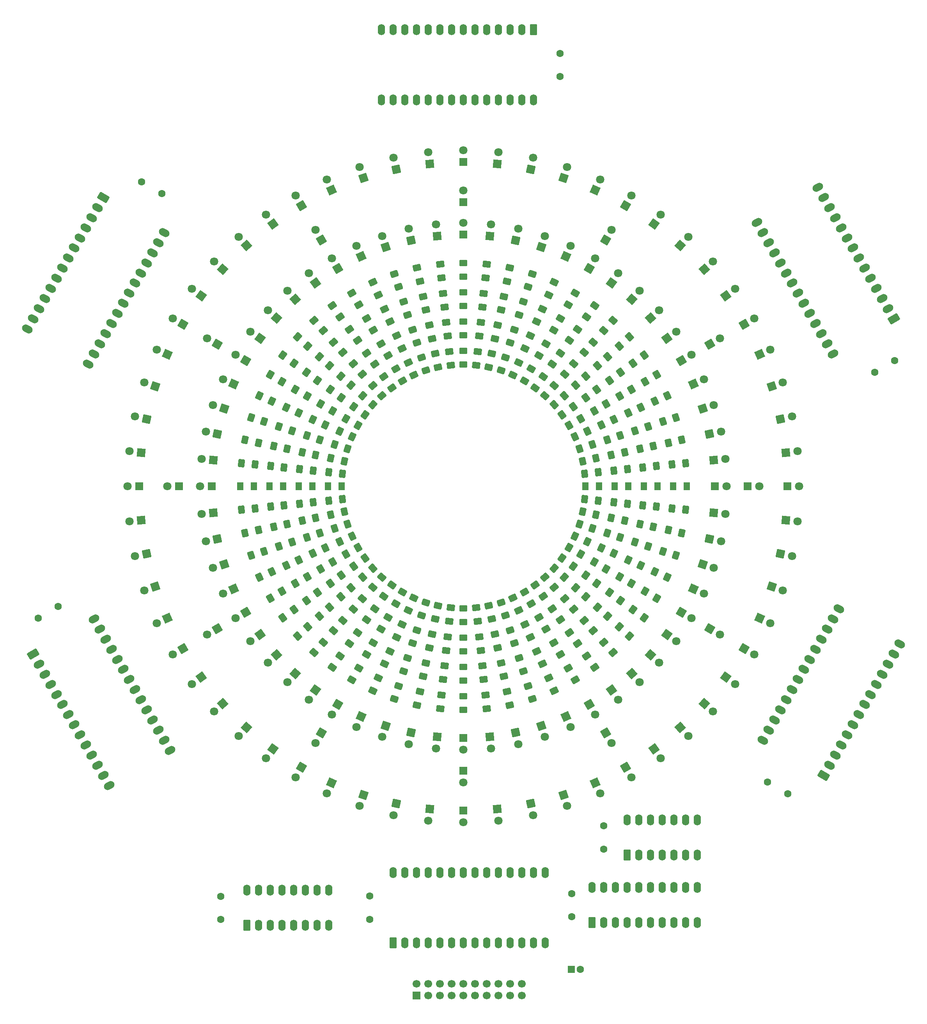
<source format=gbr>
%TF.GenerationSoftware,KiCad,Pcbnew,9.0.7-9.0.7~ubuntu24.04.1*%
%TF.CreationDate,2026-01-21T07:20:36-05:00*%
%TF.ProjectId,LED_clock,4c45445f-636c-46f6-936b-2e6b69636164,rev?*%
%TF.SameCoordinates,Original*%
%TF.FileFunction,Copper,L1,Top*%
%TF.FilePolarity,Positive*%
%FSLAX46Y46*%
G04 Gerber Fmt 4.6, Leading zero omitted, Abs format (unit mm)*
G04 Created by KiCad (PCBNEW 9.0.7-9.0.7~ubuntu24.04.1) date 2026-01-21 07:20:36*
%MOMM*%
%LPD*%
G01*
G04 APERTURE LIST*
G04 Aperture macros list*
%AMRoundRect*
0 Rectangle with rounded corners*
0 $1 Rounding radius*
0 $2 $3 $4 $5 $6 $7 $8 $9 X,Y pos of 4 corners*
0 Add a 4 corners polygon primitive as box body*
4,1,4,$2,$3,$4,$5,$6,$7,$8,$9,$2,$3,0*
0 Add four circle primitives for the rounded corners*
1,1,$1+$1,$2,$3*
1,1,$1+$1,$4,$5*
1,1,$1+$1,$6,$7*
1,1,$1+$1,$8,$9*
0 Add four rect primitives between the rounded corners*
20,1,$1+$1,$2,$3,$4,$5,0*
20,1,$1+$1,$4,$5,$6,$7,0*
20,1,$1+$1,$6,$7,$8,$9,0*
20,1,$1+$1,$8,$9,$2,$3,0*%
%AMHorizOval*
0 Thick line with rounded ends*
0 $1 width*
0 $2 $3 position (X,Y) of the first rounded end (center of the circle)*
0 $4 $5 position (X,Y) of the second rounded end (center of the circle)*
0 Add line between two ends*
20,1,$1,$2,$3,$4,$5,0*
0 Add two circle primitives to create the rounded ends*
1,1,$1,$2,$3*
1,1,$1,$4,$5*%
%AMRotRect*
0 Rectangle, with rotation*
0 The origin of the aperture is its center*
0 $1 length*
0 $2 width*
0 $3 Rotation angle, in degrees counterclockwise*
0 Add horizontal line*
21,1,$1,$2,0,0,$3*%
G04 Aperture macros list end*
%TA.AperFunction,SMDPad,CuDef*%
%ADD10RoundRect,0.250001X0.168304X0.759080X-0.676724X0.382850X-0.168304X-0.759080X0.676724X-0.382850X0*%
%TD*%
%TA.AperFunction,SMDPad,CuDef*%
%ADD11RoundRect,0.250001X-0.713035X-0.310016X0.088036X-0.772515X0.713035X0.310016X-0.088036X0.772515X0*%
%TD*%
%TA.AperFunction,SMDPad,CuDef*%
%ADD12RoundRect,0.250001X0.394635X0.669919X-0.525296X0.573231X-0.394635X-0.669919X0.525296X-0.573231X0*%
%TD*%
%TA.AperFunction,ComponentPad*%
%ADD13R,1.700000X1.700000*%
%TD*%
%TA.AperFunction,ComponentPad*%
%ADD14C,1.700000*%
%TD*%
%TA.AperFunction,SMDPad,CuDef*%
%ADD15RoundRect,0.250001X-0.737329X0.246727X-0.451489X-0.632998X0.737329X-0.246727X0.451489X0.632998X0*%
%TD*%
%TA.AperFunction,SMDPad,CuDef*%
%ADD16RoundRect,0.250001X0.761910X0.154993X0.074502X0.773937X-0.761910X-0.154993X-0.074502X-0.773937X0*%
%TD*%
%TA.AperFunction,SMDPad,CuDef*%
%ADD17RoundRect,0.250001X0.246727X0.737329X-0.632998X0.451489X-0.246727X-0.737329X0.632998X-0.451489X0*%
%TD*%
%TA.AperFunction,SMDPad,CuDef*%
%ADD18RoundRect,0.250001X-0.773937X-0.074502X-0.154993X-0.761910X0.773937X0.074502X0.154993X0.761910X0*%
%TD*%
%TA.AperFunction,SMDPad,CuDef*%
%ADD19RoundRect,0.250001X-0.233785X0.741535X-0.777485X-0.006804X0.233785X-0.741535X0.777485X0.006804X0*%
%TD*%
%TA.AperFunction,ComponentPad*%
%ADD20RotRect,1.800000X1.800000X6.000000*%
%TD*%
%TA.AperFunction,ComponentPad*%
%ADD21C,1.800000*%
%TD*%
%TA.AperFunction,SMDPad,CuDef*%
%ADD22RoundRect,0.250001X-0.310016X0.713035X-0.772515X-0.088036X0.310016X-0.713035X0.772515X0.088036X0*%
%TD*%
%TA.AperFunction,ComponentPad*%
%ADD23RotRect,1.800000X1.800000X324.000000*%
%TD*%
%TA.AperFunction,ComponentPad*%
%ADD24RotRect,1.800000X1.800000X282.000000*%
%TD*%
%TA.AperFunction,SMDPad,CuDef*%
%ADD25RoundRect,0.250001X0.515182X-0.582337X0.707500X0.322448X-0.515182X0.582337X-0.707500X-0.322448X0*%
%TD*%
%TA.AperFunction,SMDPad,CuDef*%
%ADD26RoundRect,0.250001X0.741535X0.233785X-0.006804X0.777485X-0.741535X-0.233785X0.006804X-0.777485X0*%
%TD*%
%TA.AperFunction,SMDPad,CuDef*%
%ADD27RoundRect,0.250001X0.573231X-0.525296X0.669919X0.394635X-0.573231X0.525296X-0.669919X-0.394635X0*%
%TD*%
%TA.AperFunction,SMDPad,CuDef*%
%ADD28RoundRect,0.250001X0.632998X0.451489X-0.246727X0.737329X-0.632998X-0.451489X0.246727X-0.737329X0*%
%TD*%
%TA.AperFunction,ComponentPad*%
%ADD29RotRect,1.800000X1.800000X24.000000*%
%TD*%
%TA.AperFunction,SMDPad,CuDef*%
%ADD30RoundRect,0.250001X0.582337X0.515182X-0.322448X0.707500X-0.582337X-0.515182X0.322448X-0.707500X0*%
%TD*%
%TA.AperFunction,SMDPad,CuDef*%
%ADD31RoundRect,0.250001X-0.451489X0.632998X-0.737329X-0.246727X0.451489X-0.632998X0.737329X0.246727X0*%
%TD*%
%TA.AperFunction,SMDPad,CuDef*%
%ADD32RoundRect,0.250001X-0.246727X-0.737329X0.632998X-0.451489X0.246727X0.737329X-0.632998X0.451489X0*%
%TD*%
%TA.AperFunction,SMDPad,CuDef*%
%ADD33RoundRect,0.250001X0.676724X0.382850X-0.168304X0.759080X-0.676724X-0.382850X0.168304X-0.759080X0*%
%TD*%
%TA.AperFunction,SMDPad,CuDef*%
%ADD34RoundRect,0.250001X0.772515X-0.088036X0.310016X0.713035X-0.772515X0.088036X-0.310016X-0.713035X0*%
%TD*%
%TA.AperFunction,SMDPad,CuDef*%
%ADD35RoundRect,0.250001X0.713035X0.310016X-0.088036X0.772515X-0.713035X-0.310016X0.088036X-0.772515X0*%
%TD*%
%TA.AperFunction,ComponentPad*%
%ADD36RotRect,1.800000X1.800000X96.000000*%
%TD*%
%TA.AperFunction,ComponentPad*%
%ADD37RotRect,1.800000X1.800000X216.000000*%
%TD*%
%TA.AperFunction,ComponentPad*%
%ADD38R,1.800000X1.800000*%
%TD*%
%TA.AperFunction,ComponentPad*%
%ADD39RoundRect,0.250000X0.547724X0.951314X-1.097724X0.001314X-0.547724X-0.951314X1.097724X-0.001314X0*%
%TD*%
%TA.AperFunction,ComponentPad*%
%ADD40HorizOval,1.600000X-0.346410X-0.200000X0.346410X0.200000X0*%
%TD*%
%TA.AperFunction,ComponentPad*%
%ADD41RotRect,1.800000X1.800000X186.000000*%
%TD*%
%TA.AperFunction,SMDPad,CuDef*%
%ADD42RoundRect,0.250001X0.777485X-0.006804X0.233785X0.741535X-0.777485X0.006804X-0.233785X-0.741535X0*%
%TD*%
%TA.AperFunction,SMDPad,CuDef*%
%ADD43RoundRect,0.250001X-0.382850X0.676724X-0.759080X-0.168304X0.382850X-0.676724X0.759080X0.168304X0*%
%TD*%
%TA.AperFunction,ComponentPad*%
%ADD44RotRect,1.800000X1.800000X312.000000*%
%TD*%
%TA.AperFunction,ComponentPad*%
%ADD45RotRect,1.800000X1.800000X288.000000*%
%TD*%
%TA.AperFunction,SMDPad,CuDef*%
%ADD46RoundRect,0.250001X0.451489X-0.632998X0.737329X0.246727X-0.451489X0.632998X-0.737329X-0.246727X0*%
%TD*%
%TA.AperFunction,ComponentPad*%
%ADD47RotRect,1.800000X1.800000X348.000000*%
%TD*%
%TA.AperFunction,SMDPad,CuDef*%
%ADD48RoundRect,0.250001X-0.741535X-0.233785X0.006804X-0.777485X0.741535X0.233785X-0.006804X0.777485X0*%
%TD*%
%TA.AperFunction,SMDPad,CuDef*%
%ADD49RoundRect,0.250001X0.074502X-0.773937X0.761910X-0.154993X-0.074502X0.773937X-0.761910X0.154993X0*%
%TD*%
%TA.AperFunction,SMDPad,CuDef*%
%ADD50RoundRect,0.250001X0.310016X-0.713035X0.772515X0.088036X-0.310016X0.713035X-0.772515X-0.088036X0*%
%TD*%
%TA.AperFunction,ComponentPad*%
%ADD51RoundRect,0.250000X-0.547724X-0.951314X1.097724X-0.001314X0.547724X0.951314X-1.097724X0.001314X0*%
%TD*%
%TA.AperFunction,ComponentPad*%
%ADD52HorizOval,1.600000X0.346410X0.200000X-0.346410X-0.200000X0*%
%TD*%
%TA.AperFunction,ComponentPad*%
%ADD53RotRect,1.800000X1.800000X144.000000*%
%TD*%
%TA.AperFunction,SMDPad,CuDef*%
%ADD54RoundRect,0.250001X-0.088036X-0.772515X0.713035X-0.310016X0.088036X0.772515X-0.713035X0.310016X0*%
%TD*%
%TA.AperFunction,SMDPad,CuDef*%
%ADD55RoundRect,0.250001X0.624999X-0.462499X0.624999X0.462499X-0.624999X0.462499X-0.624999X-0.462499X0*%
%TD*%
%TA.AperFunction,SMDPad,CuDef*%
%ADD56RoundRect,0.250001X0.154993X-0.761910X0.773937X-0.074502X-0.154993X0.761910X-0.773937X0.074502X0*%
%TD*%
%TA.AperFunction,ComponentPad*%
%ADD57RotRect,1.800000X1.800000X276.000000*%
%TD*%
%TA.AperFunction,ComponentPad*%
%ADD58RotRect,1.800000X1.800000X84.000000*%
%TD*%
%TA.AperFunction,SMDPad,CuDef*%
%ADD59RoundRect,0.250001X0.773937X0.074502X0.154993X0.761910X-0.773937X-0.074502X-0.154993X-0.761910X0*%
%TD*%
%TA.AperFunction,ComponentPad*%
%ADD60RotRect,1.800000X1.800000X102.000000*%
%TD*%
%TA.AperFunction,SMDPad,CuDef*%
%ADD61RoundRect,0.250001X0.233785X-0.741535X0.777485X0.006804X-0.233785X0.741535X-0.777485X-0.006804X0*%
%TD*%
%TA.AperFunction,ComponentPad*%
%ADD62RotRect,1.800000X1.800000X138.000000*%
%TD*%
%TA.AperFunction,SMDPad,CuDef*%
%ADD63RoundRect,0.250001X-0.525296X-0.573231X0.394635X-0.669919X0.525296X0.573231X-0.394635X0.669919X0*%
%TD*%
%TA.AperFunction,ComponentPad*%
%ADD64RotRect,1.800000X1.800000X174.000000*%
%TD*%
%TA.AperFunction,ComponentPad*%
%ADD65RotRect,1.800000X1.800000X198.000000*%
%TD*%
%TA.AperFunction,ComponentPad*%
%ADD66RotRect,1.800000X1.800000X252.000000*%
%TD*%
%TA.AperFunction,ComponentPad*%
%ADD67RotRect,1.800000X1.800000X264.000000*%
%TD*%
%TA.AperFunction,ComponentPad*%
%ADD68RotRect,1.800000X1.800000X114.000000*%
%TD*%
%TA.AperFunction,SMDPad,CuDef*%
%ADD69RoundRect,0.250001X-0.676724X-0.382850X0.168304X-0.759080X0.676724X0.382850X-0.168304X0.759080X0*%
%TD*%
%TA.AperFunction,ComponentPad*%
%ADD70RoundRect,0.250000X1.097724X0.001314X-0.547724X0.951314X-1.097724X-0.001314X0.547724X-0.951314X0*%
%TD*%
%TA.AperFunction,ComponentPad*%
%ADD71HorizOval,1.600000X-0.346410X0.200000X0.346410X-0.200000X0*%
%TD*%
%TA.AperFunction,SMDPad,CuDef*%
%ADD72RoundRect,0.250001X-0.322448X-0.707500X0.582337X-0.515182X0.322448X0.707500X-0.582337X0.515182X0*%
%TD*%
%TA.AperFunction,SMDPad,CuDef*%
%ADD73RoundRect,0.250001X-0.669919X0.394635X-0.573231X-0.525296X0.669919X-0.394635X0.573231X0.525296X0*%
%TD*%
%TA.AperFunction,SMDPad,CuDef*%
%ADD74RoundRect,0.250001X-0.632998X-0.451489X0.246727X-0.737329X0.632998X0.451489X-0.246727X0.737329X0*%
%TD*%
%TA.AperFunction,SMDPad,CuDef*%
%ADD75RoundRect,0.250001X-0.515182X0.582337X-0.707500X-0.322448X0.515182X-0.582337X0.707500X0.322448X0*%
%TD*%
%TA.AperFunction,SMDPad,CuDef*%
%ADD76RoundRect,0.250001X0.707500X-0.322448X0.515182X0.582337X-0.707500X0.322448X-0.515182X-0.582337X0*%
%TD*%
%TA.AperFunction,ComponentPad*%
%ADD77RotRect,1.800000X1.800000X240.000000*%
%TD*%
%TA.AperFunction,SMDPad,CuDef*%
%ADD78RoundRect,0.250001X-0.154993X0.761910X-0.773937X0.074502X0.154993X-0.761910X0.773937X-0.074502X0*%
%TD*%
%TA.AperFunction,SMDPad,CuDef*%
%ADD79RoundRect,0.250001X0.322448X0.707500X-0.582337X0.515182X-0.322448X-0.707500X0.582337X-0.515182X0*%
%TD*%
%TA.AperFunction,ComponentPad*%
%ADD80RotRect,1.800000X1.800000X150.000000*%
%TD*%
%TA.AperFunction,ComponentPad*%
%ADD81RotRect,1.800000X1.800000X72.000000*%
%TD*%
%TA.AperFunction,SMDPad,CuDef*%
%ADD82RoundRect,0.250001X0.088036X0.772515X-0.713035X0.310016X-0.088036X-0.772515X0.713035X-0.310016X0*%
%TD*%
%TA.AperFunction,ComponentPad*%
%ADD83RotRect,1.800000X1.800000X294.000000*%
%TD*%
%TA.AperFunction,SMDPad,CuDef*%
%ADD84RoundRect,0.250001X-0.624999X0.462499X-0.624999X-0.462499X0.624999X-0.462499X0.624999X0.462499X0*%
%TD*%
%TA.AperFunction,SMDPad,CuDef*%
%ADD85RoundRect,0.250001X-0.573231X0.525296X-0.669919X-0.394635X0.573231X-0.525296X0.669919X0.394635X0*%
%TD*%
%TA.AperFunction,ComponentPad*%
%ADD86C,1.600000*%
%TD*%
%TA.AperFunction,SMDPad,CuDef*%
%ADD87RoundRect,0.250001X0.525296X0.573231X-0.394635X0.669919X-0.525296X-0.573231X0.394635X-0.669919X0*%
%TD*%
%TA.AperFunction,ComponentPad*%
%ADD88RotRect,1.800000X1.800000X42.000000*%
%TD*%
%TA.AperFunction,SMDPad,CuDef*%
%ADD89RoundRect,0.250001X0.669919X-0.394635X0.573231X0.525296X-0.669919X0.394635X-0.573231X-0.525296X0*%
%TD*%
%TA.AperFunction,ComponentPad*%
%ADD90RotRect,1.800000X1.800000X66.000000*%
%TD*%
%TA.AperFunction,SMDPad,CuDef*%
%ADD91RoundRect,0.250001X0.759080X-0.168304X0.382850X0.676724X-0.759080X0.168304X-0.382850X-0.676724X0*%
%TD*%
%TA.AperFunction,SMDPad,CuDef*%
%ADD92RoundRect,0.250001X-0.394635X-0.669919X0.525296X-0.573231X0.394635X0.669919X-0.525296X0.573231X0*%
%TD*%
%TA.AperFunction,SMDPad,CuDef*%
%ADD93RoundRect,0.250001X0.462499X0.624999X-0.462499X0.624999X-0.462499X-0.624999X0.462499X-0.624999X0*%
%TD*%
%TA.AperFunction,ComponentPad*%
%ADD94RotRect,1.800000X1.800000X228.000000*%
%TD*%
%TA.AperFunction,ComponentPad*%
%ADD95RotRect,1.800000X1.800000X78.000000*%
%TD*%
%TA.AperFunction,ComponentPad*%
%ADD96RotRect,1.800000X1.800000X156.000000*%
%TD*%
%TA.AperFunction,SMDPad,CuDef*%
%ADD97RoundRect,0.250001X0.006804X0.777485X-0.741535X0.233785X-0.006804X-0.777485X0.741535X-0.233785X0*%
%TD*%
%TA.AperFunction,SMDPad,CuDef*%
%ADD98RoundRect,0.250001X-0.707500X0.322448X-0.515182X-0.582337X0.707500X-0.322448X0.515182X0.582337X0*%
%TD*%
%TA.AperFunction,ComponentPad*%
%ADD99RotRect,1.800000X1.800000X222.000000*%
%TD*%
%TA.AperFunction,ComponentPad*%
%ADD100RotRect,1.800000X1.800000X234.000000*%
%TD*%
%TA.AperFunction,ComponentPad*%
%ADD101RoundRect,0.250000X0.550000X-0.950000X0.550000X0.950000X-0.550000X0.950000X-0.550000X-0.950000X0*%
%TD*%
%TA.AperFunction,ComponentPad*%
%ADD102O,1.600000X2.400000*%
%TD*%
%TA.AperFunction,SMDPad,CuDef*%
%ADD103RoundRect,0.250001X-0.582337X-0.515182X0.322448X-0.707500X0.582337X0.515182X-0.322448X0.707500X0*%
%TD*%
%TA.AperFunction,ComponentPad*%
%ADD104RotRect,1.800000X1.800000X318.000000*%
%TD*%
%TA.AperFunction,SMDPad,CuDef*%
%ADD105RoundRect,0.250001X0.737329X-0.246727X0.451489X0.632998X-0.737329X0.246727X-0.451489X-0.632998X0*%
%TD*%
%TA.AperFunction,ComponentPad*%
%ADD106RotRect,1.800000X1.800000X30.000000*%
%TD*%
%TA.AperFunction,ComponentPad*%
%ADD107RotRect,1.800000X1.800000X258.000000*%
%TD*%
%TA.AperFunction,SMDPad,CuDef*%
%ADD108RoundRect,0.250001X0.382850X-0.676724X0.759080X0.168304X-0.382850X0.676724X-0.759080X-0.168304X0*%
%TD*%
%TA.AperFunction,ComponentPad*%
%ADD109RotRect,1.800000X1.800000X210.000000*%
%TD*%
%TA.AperFunction,ComponentPad*%
%ADD110RotRect,1.800000X1.800000X168.000000*%
%TD*%
%TA.AperFunction,ComponentPad*%
%ADD111RotRect,1.800000X1.800000X342.000000*%
%TD*%
%TA.AperFunction,SMDPad,CuDef*%
%ADD112RoundRect,0.250001X-0.074502X0.773937X-0.761910X0.154993X0.074502X-0.773937X0.761910X-0.154993X0*%
%TD*%
%TA.AperFunction,ComponentPad*%
%ADD113RotRect,1.800000X1.800000X120.000000*%
%TD*%
%TA.AperFunction,SMDPad,CuDef*%
%ADD114RoundRect,0.250001X-0.761910X-0.154993X-0.074502X-0.773937X0.761910X0.154993X0.074502X0.773937X0*%
%TD*%
%TA.AperFunction,ComponentPad*%
%ADD115RotRect,1.800000X1.800000X300.000000*%
%TD*%
%TA.AperFunction,SMDPad,CuDef*%
%ADD116RoundRect,0.250001X-0.777485X0.006804X-0.233785X-0.741535X0.777485X-0.006804X0.233785X0.741535X0*%
%TD*%
%TA.AperFunction,ComponentPad*%
%ADD117RotRect,1.800000X1.800000X162.000000*%
%TD*%
%TA.AperFunction,SMDPad,CuDef*%
%ADD118RoundRect,0.250001X-0.772515X0.088036X-0.310016X-0.713035X0.772515X-0.088036X0.310016X0.713035X0*%
%TD*%
%TA.AperFunction,SMDPad,CuDef*%
%ADD119RoundRect,0.250001X-0.168304X-0.759080X0.676724X-0.382850X0.168304X0.759080X-0.676724X0.382850X0*%
%TD*%
%TA.AperFunction,ComponentPad*%
%ADD120RotRect,1.800000X1.800000X108.000000*%
%TD*%
%TA.AperFunction,SMDPad,CuDef*%
%ADD121RoundRect,0.250001X-0.759080X0.168304X-0.382850X-0.676724X0.759080X-0.168304X0.382850X0.676724X0*%
%TD*%
%TA.AperFunction,ComponentPad*%
%ADD122RotRect,1.800000X1.800000X306.000000*%
%TD*%
%TA.AperFunction,ComponentPad*%
%ADD123RotRect,1.800000X1.800000X60.000000*%
%TD*%
%TA.AperFunction,ComponentPad*%
%ADD124RotRect,1.800000X1.800000X18.000000*%
%TD*%
%TA.AperFunction,ComponentPad*%
%ADD125RotRect,1.800000X1.800000X336.000000*%
%TD*%
%TA.AperFunction,ComponentPad*%
%ADD126RotRect,1.800000X1.800000X330.000000*%
%TD*%
%TA.AperFunction,SMDPad,CuDef*%
%ADD127RoundRect,0.250001X-0.006804X-0.777485X0.741535X-0.233785X0.006804X0.777485X-0.741535X0.233785X0*%
%TD*%
%TA.AperFunction,ComponentPad*%
%ADD128RotRect,1.800000X1.800000X204.000000*%
%TD*%
%TA.AperFunction,ComponentPad*%
%ADD129RotRect,1.800000X1.800000X54.000000*%
%TD*%
%TA.AperFunction,ComponentPad*%
%ADD130RotRect,1.800000X1.800000X354.000000*%
%TD*%
%TA.AperFunction,ComponentPad*%
%ADD131RotRect,1.800000X1.800000X48.000000*%
%TD*%
%TA.AperFunction,ComponentPad*%
%ADD132RotRect,1.800000X1.800000X36.000000*%
%TD*%
%TA.AperFunction,ComponentPad*%
%ADD133RotRect,1.800000X1.800000X126.000000*%
%TD*%
%TA.AperFunction,SMDPad,CuDef*%
%ADD134RoundRect,0.250001X-0.462499X-0.624999X0.462499X-0.624999X0.462499X0.624999X-0.462499X0.624999X0*%
%TD*%
%TA.AperFunction,ComponentPad*%
%ADD135RotRect,1.800000X1.800000X192.000000*%
%TD*%
%TA.AperFunction,ComponentPad*%
%ADD136RotRect,1.800000X1.800000X132.000000*%
%TD*%
%TA.AperFunction,ComponentPad*%
%ADD137RoundRect,0.250000X-1.097724X-0.001314X0.547724X-0.951314X1.097724X0.001314X-0.547724X0.951314X0*%
%TD*%
%TA.AperFunction,ComponentPad*%
%ADD138HorizOval,1.600000X0.346410X-0.200000X-0.346410X0.200000X0*%
%TD*%
%TA.AperFunction,ComponentPad*%
%ADD139RotRect,1.800000X1.800000X12.000000*%
%TD*%
%TA.AperFunction,ComponentPad*%
%ADD140RoundRect,0.250000X-0.550000X-0.550000X0.550000X-0.550000X0.550000X0.550000X-0.550000X0.550000X0*%
%TD*%
%TA.AperFunction,ComponentPad*%
%ADD141RotRect,1.800000X1.800000X246.000000*%
%TD*%
%TA.AperFunction,ComponentPad*%
%ADD142RoundRect,0.250000X-0.550000X0.950000X-0.550000X-0.950000X0.550000X-0.950000X0.550000X0.950000X0*%
%TD*%
G04 APERTURE END LIST*
D10*
%TO.P,D272,1,K*%
%TO.N,/R1_Y2*%
X229834439Y-188559201D03*
%TO.P,D272,2,A*%
%TO.N,/R1_X3*%
X227116641Y-189769243D03*
%TD*%
D11*
%TO.P,D293,1,K*%
%TO.N,/R1_Y5*%
X276908537Y-191026250D03*
%TO.P,D293,2,A*%
%TO.N,/R1_X0*%
X279484963Y-192513750D03*
%TD*%
D12*
%TO.P,D269,1,K*%
%TO.N,/R1_Y2*%
X227692409Y-180565039D03*
%TO.P,D269,2,A*%
%TO.N,/R1_X0*%
X224733707Y-180876011D03*
%TD*%
D13*
%TO.P,J1,1,Pin_1*%
%TO.N,VCC*%
X243840000Y-288290000D03*
D14*
%TO.P,J1,2,Pin_2*%
X243840000Y-285750000D03*
%TO.P,J1,3,Pin_3*%
X246380000Y-288290000D03*
%TO.P,J1,4,Pin_4*%
%TO.N,GND*%
X246380000Y-285750000D03*
%TO.P,J1,5,Pin_5*%
X248920000Y-288290000D03*
%TO.P,J1,6,Pin_6*%
%TO.N,Net-(J1-Pin_6)*%
X248920000Y-285750000D03*
%TO.P,J1,7,Pin_7*%
%TO.N,Net-(J1-Pin_7)*%
X251460000Y-288290000D03*
%TO.P,J1,8,Pin_8*%
%TO.N,Net-(J1-Pin_8)*%
X251460000Y-285750000D03*
%TO.P,J1,9,Pin_9*%
%TO.N,Net-(J1-Pin_9)*%
X254000000Y-288290000D03*
%TO.P,J1,10,Pin_10*%
%TO.N,GND*%
X254000000Y-285750000D03*
%TO.P,J1,11,Pin_11*%
X256540000Y-288290000D03*
%TO.P,J1,12,Pin_12*%
%TO.N,Net-(J1-Pin_12)*%
X256540000Y-285750000D03*
%TO.P,J1,13,Pin_13*%
%TO.N,Net-(J1-Pin_13)*%
X259080000Y-288290000D03*
%TO.P,J1,14,Pin_14*%
%TO.N,Net-(J1-Pin_14)*%
X259080000Y-285750000D03*
%TO.P,J1,15,Pin_15*%
%TO.N,Net-(J1-Pin_15)*%
X261620000Y-288290000D03*
%TO.P,J1,16,Pin_16*%
%TO.N,Net-(J1-Pin_16)*%
X261620000Y-285750000D03*
%TO.P,J1,17,Pin_17*%
%TO.N,/~{WR}*%
X264160000Y-288290000D03*
%TO.P,J1,18,Pin_18*%
%TO.N,/A2*%
X264160000Y-285750000D03*
%TO.P,J1,19,Pin_19*%
%TO.N,/A1*%
X266700000Y-288290000D03*
%TO.P,J1,20,Pin_20*%
%TO.N,/A0*%
X266700000Y-285750000D03*
%TD*%
D10*
%TO.P,D152,1,K*%
%TO.N,/R3_Y2*%
X218232412Y-193724756D03*
%TO.P,D152,2,A*%
%TO.N,/R3_X3*%
X215514614Y-194934798D03*
%TD*%
D15*
%TO.P,D286,1,K*%
%TO.N,/R1_Y4*%
X262174272Y-202957822D03*
%TO.P,D286,2,A*%
%TO.N,/R1_X1*%
X263093598Y-205787216D03*
%TD*%
D16*
%TO.P,D261,1,K*%
%TO.N,/R1_Y1*%
X234341962Y-160099823D03*
%TO.P,D261,2,A*%
%TO.N,/R1_X0*%
X232131106Y-158109159D03*
%TD*%
D17*
%TO.P,D91,1,K*%
%TO.N,/R4_Y2*%
X210724551Y-191861046D03*
%TO.P,D91,2,A*%
%TO.N,/R4_X2*%
X207895157Y-192780372D03*
%TD*%
D18*
%TO.P,D230,1,K*%
%TO.N,/R2_Y4*%
X275949156Y-202177008D03*
%TO.P,D230,2,A*%
%TO.N,/R2_X5*%
X277939820Y-204387864D03*
%TD*%
D19*
%TO.P,D277,1,K*%
%TO.N,/R1_Y3*%
X238451611Y-199200522D03*
%TO.P,D277,2,A*%
%TO.N,/R1_X0*%
X236702949Y-201607348D03*
%TD*%
D20*
%TO.P,D359,1,K*%
%TO.N,/R7_Y5*%
X323972572Y-170445586D03*
D21*
%TO.P,D359,2,A*%
%TO.N,/R7_X6*%
X326498658Y-170180084D03*
%TD*%
D22*
%TO.P,D218,1,K*%
%TO.N,/R2_Y3*%
X237598750Y-206207798D03*
%TO.P,D218,2,A*%
%TO.N,/R2_X1*%
X236111250Y-208784224D03*
%TD*%
D23*
%TO.P,D352,1,K*%
%TO.N,/R7_Y4*%
X310920818Y-219155395D03*
D21*
%TO.P,D352,2,A*%
%TO.N,/R7_X7*%
X312975721Y-220648370D03*
%TD*%
D24*
%TO.P,D45,1,K*%
%TO.N,/R5_Y4*%
X265354057Y-231216640D03*
D21*
%TO.P,D45,2,A*%
%TO.N,/R5_X0*%
X265882153Y-233701135D03*
%TD*%
D25*
%TO.P,D191,1,K*%
%TO.N,/R3_Y7*%
X262140262Y-139503078D03*
%TO.P,D191,2,A*%
%TO.N,/R3_X2*%
X262758800Y-136593086D03*
%TD*%
D26*
%TO.P,D262,1,K*%
%TO.N,/R1_Y1*%
X232599478Y-162251611D03*
%TO.P,D262,2,A*%
%TO.N,/R1_X1*%
X230192652Y-160502949D03*
%TD*%
D11*
%TO.P,D233,1,K*%
%TO.N,/R2_Y5*%
X282407798Y-194201250D03*
%TO.P,D233,2,A*%
%TO.N,/R2_X0*%
X284984224Y-195688750D03*
%TD*%
D27*
%TO.P,D132,1,K*%
%TO.N,/R4_Y7*%
X258756306Y-132546767D03*
%TO.P,D132,2,A*%
%TO.N,/R4_X3*%
X259067278Y-129588065D03*
%TD*%
D28*
%TO.P,D145,1,K*%
%TO.N,/R3_Y1*%
X216763760Y-165701212D03*
%TO.P,D145,2,A*%
%TO.N,/R3_X4*%
X213934366Y-164781886D03*
%TD*%
D29*
%TO.P,D62,1,K*%
%TO.N,/R5_Y6*%
X303888717Y-155588112D03*
D21*
%TO.P,D62,2,A*%
%TO.N,/R5_X1*%
X306209122Y-154555001D03*
%TD*%
D30*
%TO.P,D206,1,K*%
%TO.N,/R2_Y1*%
X221914315Y-170979977D03*
%TO.P,D206,2,A*%
%TO.N,/R2_X5*%
X219004323Y-170361439D03*
%TD*%
D31*
%TO.P,D280,1,K*%
%TO.N,/R1_Y3*%
X245825728Y-202957822D03*
%TO.P,D280,2,A*%
%TO.N,/R1_X3*%
X244906402Y-205787216D03*
%TD*%
D32*
%TO.P,D301,1,K*%
%TO.N,/R1_Y6*%
X279157822Y-169625728D03*
%TO.P,D301,2,A*%
%TO.N,/R1_X0*%
X281987216Y-168706402D03*
%TD*%
D33*
%TO.P,D84,1,K*%
%TO.N,/R4_Y1*%
X212431398Y-159292466D03*
%TO.P,D84,2,A*%
%TO.N,/R4_X3*%
X209713600Y-158082424D03*
%TD*%
D18*
%TO.P,D110,1,K*%
%TO.N,/R4_Y4*%
X284447115Y-211614947D03*
%TO.P,D110,2,A*%
%TO.N,/R4_X5*%
X286437779Y-213825803D03*
%TD*%
D34*
%TO.P,D198,1,K*%
%TO.N,/R2_Y0*%
X237598750Y-149392202D03*
%TO.P,D198,2,A*%
%TO.N,/R2_X5*%
X236111250Y-146815776D03*
%TD*%
D35*
%TO.P,D143,1,K*%
%TO.N,/R3_Y1*%
X220092941Y-158223750D03*
%TO.P,D143,2,A*%
%TO.N,/R3_X2*%
X217516515Y-156736250D03*
%TD*%
D36*
%TO.P,D14,1,K*%
%TO.N,/R5_Y0*%
X248291701Y-123489159D03*
D21*
%TO.P,D14,2,A*%
%TO.N,/R5_X1*%
X248026199Y-120963073D03*
%TD*%
D37*
%TO.P,D334,1,K*%
%TO.N,/R7_Y2*%
X197079182Y-219155395D03*
D21*
%TO.P,D334,2,A*%
%TO.N,/R7_X5*%
X195024279Y-220648370D03*
%TD*%
D38*
%TO.P,D13,1,K*%
%TO.N,/R5_Y0*%
X254000000Y-123190000D03*
D21*
%TO.P,D13,2,A*%
%TO.N,/R5_X0*%
X254000000Y-120650000D03*
%TD*%
D39*
%TO.P,U6,1,c*%
%TO.N,/R1_Y2*%
X347408476Y-141468227D03*
D40*
%TO.P,U6,2,e*%
%TO.N,/R1_Y4*%
X346138476Y-139268522D03*
%TO.P,U6,3,b*%
%TO.N,/R1_Y1*%
X344868476Y-137068818D03*
%TO.P,U6,4,dp*%
%TO.N,/R1_Y7*%
X343598476Y-134869113D03*
%TO.P,U6,5,ID6*%
%TO.N,/D6*%
X342328476Y-132669409D03*
%TO.P,U6,6,ID5*%
%TO.N,/D5*%
X341058476Y-130469704D03*
%TO.P,U6,7,ID7*%
%TO.N,/D7*%
X339788476Y-128270000D03*
%TO.P,U6,8,nWR*%
%TO.N,/~{RING1}*%
X338518476Y-126070295D03*
%TO.P,U6,9,MODE*%
%TO.N,/MODE*%
X337248476Y-123870591D03*
%TO.P,U6,10,ID4*%
%TO.N,/D4*%
X335978476Y-121670886D03*
%TO.P,U6,11,ID1*%
%TO.N,/D1*%
X334708476Y-119471182D03*
%TO.P,U6,12,ID0*%
%TO.N,/D0*%
X333438476Y-117271477D03*
%TO.P,U6,13,ID2*%
%TO.N,/D2*%
X332168476Y-115071773D03*
%TO.P,U6,14,ID3*%
%TO.N,/D3*%
X330898476Y-112872068D03*
%TO.P,U6,15,d1*%
%TO.N,/R1_X0*%
X317700249Y-120492068D03*
%TO.P,U6,16,d2*%
%TO.N,/R1_X1*%
X318970249Y-122691773D03*
%TO.P,U6,17,d5*%
%TO.N,/R1_X4*%
X320240249Y-124891477D03*
%TO.P,U6,18,d8*%
%TO.N,/R1_X7*%
X321510249Y-127091182D03*
%TO.P,U6,19,V+*%
%TO.N,VCC*%
X322780249Y-129290886D03*
%TO.P,U6,20,d4*%
%TO.N,/R1_X3*%
X324050249Y-131490591D03*
%TO.P,U6,21,d7*%
%TO.N,/R1_X6*%
X325320249Y-133690295D03*
%TO.P,U6,22,d6*%
%TO.N,/R1_X5*%
X326590249Y-135890000D03*
%TO.P,U6,23,d3*%
%TO.N,/R1_X2*%
X327860249Y-138089704D03*
%TO.P,U6,24,f*%
%TO.N,/R1_Y5*%
X329130249Y-140289409D03*
%TO.P,U6,25,d*%
%TO.N,/R1_Y3*%
X330400249Y-142489113D03*
%TO.P,U6,26,g*%
%TO.N,/R1_Y6*%
X331670249Y-144688818D03*
%TO.P,U6,27,a*%
%TO.N,/R1_Y0*%
X332940249Y-146888522D03*
%TO.P,U6,28,GND*%
%TO.N,GND*%
X334210249Y-149088227D03*
%TD*%
D41*
%TO.P,D29,1,K*%
%TO.N,/R5_Y2*%
X199689159Y-183508299D03*
D21*
%TO.P,D29,2,A*%
%TO.N,/R5_X0*%
X197163073Y-183773801D03*
%TD*%
D42*
%TO.P,D259,1,K*%
%TO.N,/R1_Y0*%
X238451611Y-156399478D03*
%TO.P,D259,2,A*%
%TO.N,/R1_X6*%
X236702949Y-153992652D03*
%TD*%
D43*
%TO.P,D219,1,K*%
%TO.N,/R2_Y3*%
X240658022Y-207766575D03*
%TO.P,D219,2,A*%
%TO.N,/R2_X2*%
X239447980Y-210484373D03*
%TD*%
D44*
%TO.P,D350,1,K*%
%TO.N,/R7_Y4*%
X301078691Y-230086184D03*
D21*
%TO.P,D350,2,A*%
%TO.N,/R7_X5*%
X302778283Y-231973772D03*
%TD*%
D45*
%TO.P,D346,1,K*%
%TO.N,/R7_Y4*%
X275741818Y-244714434D03*
D21*
%TO.P,D346,2,A*%
%TO.N,/R7_X1*%
X276526721Y-247130118D03*
%TD*%
D46*
%TO.P,D190,1,K*%
%TO.N,/R3_Y7*%
X266098788Y-140563760D03*
%TO.P,D190,2,A*%
%TO.N,/R3_X1*%
X267018114Y-137734366D03*
%TD*%
D47*
%TO.P,D356,1,K*%
%TO.N,/R7_Y5*%
X322820509Y-192428251D03*
D21*
%TO.P,D356,2,A*%
%TO.N,/R7_X3*%
X325305004Y-192956347D03*
%TD*%
D48*
%TO.P,D172,1,K*%
%TO.N,/R3_Y4*%
X285675038Y-200813262D03*
%TO.P,D172,2,A*%
%TO.N,/R3_X7*%
X288081864Y-202561924D03*
%TD*%
D49*
%TO.P,D185,1,K*%
%TO.N,/R3_Y6*%
X283095978Y-151601864D03*
%TO.P,D185,2,A*%
%TO.N,/R3_X4*%
X285306834Y-149611200D03*
%TD*%
D18*
%TO.P,D170,1,K*%
%TO.N,/R3_Y4*%
X280198136Y-206895978D03*
%TO.P,D170,2,A*%
%TO.N,/R3_X5*%
X282188800Y-209106834D03*
%TD*%
D28*
%TO.P,D265,1,K*%
%TO.N,/R1_Y1*%
X228842178Y-169625728D03*
%TO.P,D265,2,A*%
%TO.N,/R1_X4*%
X226012784Y-168706402D03*
%TD*%
D50*
%TO.P,D308,1,K*%
%TO.N,/R1_Y6*%
X267226250Y-154891463D03*
%TO.P,D308,2,A*%
%TO.N,/R1_X7*%
X268713750Y-152315037D03*
%TD*%
D51*
%TO.P,U3,1,c*%
%TO.N,/R4_Y2*%
X160591524Y-214131773D03*
D52*
%TO.P,U3,2,e*%
%TO.N,/R4_Y4*%
X161861524Y-216331478D03*
%TO.P,U3,3,b*%
%TO.N,/R4_Y1*%
X163131524Y-218531182D03*
%TO.P,U3,4,dp*%
%TO.N,/R4_Y7*%
X164401524Y-220730887D03*
%TO.P,U3,5,ID6*%
%TO.N,/D6*%
X165671524Y-222930591D03*
%TO.P,U3,6,ID5*%
%TO.N,/D5*%
X166941524Y-225130296D03*
%TO.P,U3,7,ID7*%
%TO.N,/D7*%
X168211524Y-227330000D03*
%TO.P,U3,8,nWR*%
%TO.N,/~{RING4}*%
X169481524Y-229529705D03*
%TO.P,U3,9,MODE*%
%TO.N,/MODE*%
X170751524Y-231729409D03*
%TO.P,U3,10,ID4*%
%TO.N,/D4*%
X172021524Y-233929114D03*
%TO.P,U3,11,ID1*%
%TO.N,/D1*%
X173291524Y-236128818D03*
%TO.P,U3,12,ID0*%
%TO.N,/D0*%
X174561524Y-238328523D03*
%TO.P,U3,13,ID2*%
%TO.N,/D2*%
X175831524Y-240528227D03*
%TO.P,U3,14,ID3*%
%TO.N,/D3*%
X177101524Y-242727932D03*
%TO.P,U3,15,d1*%
%TO.N,/R4_X0*%
X190299751Y-235107932D03*
%TO.P,U3,16,d2*%
%TO.N,/R4_X1*%
X189029751Y-232908227D03*
%TO.P,U3,17,d5*%
%TO.N,/R4_X4*%
X187759751Y-230708523D03*
%TO.P,U3,18,d8*%
%TO.N,/R4_X7*%
X186489751Y-228508818D03*
%TO.P,U3,19,V+*%
%TO.N,VCC*%
X185219751Y-226309114D03*
%TO.P,U3,20,d4*%
%TO.N,/R4_X3*%
X183949751Y-224109409D03*
%TO.P,U3,21,d7*%
%TO.N,/R4_X6*%
X182679751Y-221909705D03*
%TO.P,U3,22,d6*%
%TO.N,/R4_X5*%
X181409751Y-219710000D03*
%TO.P,U3,23,d3*%
%TO.N,/R4_X2*%
X180139751Y-217510296D03*
%TO.P,U3,24,f*%
%TO.N,/R4_Y5*%
X178869751Y-215310591D03*
%TO.P,U3,25,d*%
%TO.N,/R4_Y3*%
X177599751Y-213110887D03*
%TO.P,U3,26,g*%
%TO.N,/R4_Y6*%
X176329751Y-210911182D03*
%TO.P,U3,27,a*%
%TO.N,/R4_Y0*%
X175059751Y-208711478D03*
%TO.P,U3,28,GND*%
%TO.N,GND*%
X173789751Y-206511773D03*
%TD*%
D53*
%TO.P,D22,1,K*%
%TO.N,/R5_Y1*%
X209819582Y-145701047D03*
D21*
%TO.P,D22,2,A*%
%TO.N,/R5_X1*%
X207764679Y-144208072D03*
%TD*%
D48*
%TO.P,D112,1,K*%
%TO.N,/R4_Y4*%
X290812296Y-204545698D03*
%TO.P,D112,2,A*%
%TO.N,/R4_X7*%
X293219122Y-206294360D03*
%TD*%
D30*
%TO.P,D266,1,K*%
%TO.N,/R1_Y1*%
X228125552Y-172300216D03*
%TO.P,D266,2,A*%
%TO.N,/R1_X5*%
X225215560Y-171681678D03*
%TD*%
D54*
%TO.P,D303,1,K*%
%TO.N,/R1_Y6*%
X276908537Y-164573750D03*
%TO.P,D303,2,A*%
%TO.N,/R1_X2*%
X279484963Y-163086250D03*
%TD*%
D30*
%TO.P,D86,1,K*%
%TO.N,/R4_Y1*%
X209491840Y-168339499D03*
%TO.P,D86,2,A*%
%TO.N,/R4_X5*%
X206581848Y-167720961D03*
%TD*%
D55*
%TO.P,D73,1,K*%
%TO.N,/R4_Y0*%
X254000000Y-132297500D03*
%TO.P,D73,2,A*%
%TO.N,/R4_X0*%
X254000000Y-129322500D03*
%TD*%
D56*
%TO.P,D186,1,K*%
%TO.N,/R3_Y6*%
X280198136Y-148704022D03*
%TO.P,D186,2,A*%
%TO.N,/R3_X5*%
X282188800Y-146493166D03*
%TD*%
D44*
%TO.P,D50,1,K*%
%TO.N,/R5_Y4*%
X290541222Y-218383139D03*
D21*
%TO.P,D50,2,A*%
%TO.N,/R5_X5*%
X292240814Y-220270727D03*
%TD*%
D22*
%TO.P,D278,1,K*%
%TO.N,/R1_Y3*%
X240773750Y-200708537D03*
%TO.P,D278,2,A*%
%TO.N,/R1_X1*%
X239286250Y-203284963D03*
%TD*%
D57*
%TO.P,D344,1,K*%
%TO.N,/R7_Y3*%
X261354414Y-247772572D03*
D21*
%TO.P,D344,2,A*%
%TO.N,/R7_X7*%
X261619916Y-250298658D03*
%TD*%
D19*
%TO.P,D97,1,K*%
%TO.N,/R4_Y3*%
X227254302Y-214612296D03*
%TO.P,D97,2,A*%
%TO.N,/R4_X0*%
X225505640Y-217019122D03*
%TD*%
D58*
%TO.P,D72,1,K*%
%TO.N,/R5_Y7*%
X259708299Y-123489159D03*
D21*
%TO.P,D72,2,A*%
%TO.N,/R5_X3*%
X259973801Y-120963073D03*
%TD*%
D55*
%TO.P,D133,1,K*%
%TO.N,/R3_Y0*%
X254000000Y-138647500D03*
%TO.P,D133,2,A*%
%TO.N,/R3_X0*%
X254000000Y-135672500D03*
%TD*%
D59*
%TO.P,D200,1,K*%
%TO.N,/R2_Y0*%
X232050844Y-153422992D03*
%TO.P,D200,2,A*%
%TO.N,/R2_X7*%
X230060180Y-151212136D03*
%TD*%
D60*
%TO.P,D315,1,K*%
%TO.N,/R7_Y0*%
X239371749Y-108979491D03*
D21*
%TO.P,D315,2,A*%
%TO.N,/R7_X2*%
X238843653Y-106494996D03*
%TD*%
D61*
%TO.P,D127,1,K*%
%TO.N,/R4_Y6*%
X280745698Y-140987704D03*
%TO.P,D127,2,A*%
%TO.N,/R4_X6*%
X282494360Y-138580878D03*
%TD*%
D62*
%TO.P,D21,1,K*%
%TO.N,/R5_Y1*%
X213416861Y-141258778D03*
D21*
%TO.P,D21,2,A*%
%TO.N,/R5_X0*%
X211529273Y-139559186D03*
%TD*%
D28*
%TO.P,D205,1,K*%
%TO.N,/R2_Y1*%
X222802969Y-167663470D03*
%TO.P,D205,2,A*%
%TO.N,/R2_X4*%
X219973575Y-166744144D03*
%TD*%
D63*
%TO.P,D117,1,K*%
%TO.N,/R4_Y5*%
X299253233Y-182556306D03*
%TO.P,D117,2,A*%
%TO.N,/R4_X4*%
X302211935Y-182867278D03*
%TD*%
D64*
%TO.P,D27,1,K*%
%TO.N,/R5_Y1*%
X199689159Y-172091701D03*
D21*
%TO.P,D27,2,A*%
%TO.N,/R5_X6*%
X197163073Y-171826199D03*
%TD*%
D12*
%TO.P,D209,1,K*%
%TO.N,/R2_Y2*%
X221377195Y-181228795D03*
%TO.P,D209,2,A*%
%TO.N,/R2_X0*%
X218418493Y-181539767D03*
%TD*%
D65*
%TO.P,D31,1,K*%
%TO.N,/R5_Y2*%
X202062804Y-194675418D03*
D21*
%TO.P,D31,2,A*%
%TO.N,/R5_X2*%
X199647120Y-195460321D03*
%TD*%
D66*
%TO.P,D40,1,K*%
%TO.N,/R5_Y3*%
X237124582Y-229737196D03*
D21*
%TO.P,D40,2,A*%
%TO.N,/R5_X3*%
X236339679Y-232152880D03*
%TD*%
D67*
%TO.P,D342,1,K*%
%TO.N,/R7_Y3*%
X246645586Y-247772572D03*
D21*
%TO.P,D342,2,A*%
%TO.N,/R7_X5*%
X246380084Y-250298658D03*
%TD*%
D68*
%TO.P,D17,1,K*%
%TO.N,/R5_Y0*%
X231788112Y-127911283D03*
D21*
%TO.P,D17,2,A*%
%TO.N,/R5_X4*%
X230755001Y-125590878D03*
%TD*%
D55*
%TO.P,D253,1,K*%
%TO.N,/R1_Y0*%
X254000000Y-151347500D03*
%TO.P,D253,2,A*%
%TO.N,/R1_X0*%
X254000000Y-148372500D03*
%TD*%
D69*
%TO.P,D234,1,K*%
%TO.N,/R2_Y5*%
X283966575Y-191141978D03*
%TO.P,D234,2,A*%
%TO.N,/R2_X1*%
X286684373Y-192352020D03*
%TD*%
D70*
%TO.P,U5,1,c*%
%TO.N,/R2_Y2*%
X332168476Y-240528227D03*
D71*
%TO.P,U5,2,e*%
%TO.N,/R2_Y4*%
X333438476Y-238328522D03*
%TO.P,U5,3,b*%
%TO.N,/R2_Y1*%
X334708476Y-236128818D03*
%TO.P,U5,4,dp*%
%TO.N,/R2_Y7*%
X335978476Y-233929113D03*
%TO.P,U5,5,ID6*%
%TO.N,/D6*%
X337248476Y-231729409D03*
%TO.P,U5,6,ID5*%
%TO.N,/D5*%
X338518476Y-229529704D03*
%TO.P,U5,7,ID7*%
%TO.N,/D7*%
X339788476Y-227330000D03*
%TO.P,U5,8,nWR*%
%TO.N,/~{RING2}*%
X341058476Y-225130295D03*
%TO.P,U5,9,MODE*%
%TO.N,/MODE*%
X342328476Y-222930591D03*
%TO.P,U5,10,ID4*%
%TO.N,/D4*%
X343598476Y-220730886D03*
%TO.P,U5,11,ID1*%
%TO.N,/D1*%
X344868476Y-218531182D03*
%TO.P,U5,12,ID0*%
%TO.N,/D0*%
X346138476Y-216331477D03*
%TO.P,U5,13,ID2*%
%TO.N,/D2*%
X347408476Y-214131773D03*
%TO.P,U5,14,ID3*%
%TO.N,/D3*%
X348678476Y-211932068D03*
%TO.P,U5,15,d1*%
%TO.N,/R2_X0*%
X335480249Y-204312068D03*
%TO.P,U5,16,d2*%
%TO.N,/R2_X1*%
X334210249Y-206511773D03*
%TO.P,U5,17,d5*%
%TO.N,/R2_X4*%
X332940249Y-208711477D03*
%TO.P,U5,18,d8*%
%TO.N,/R2_X7*%
X331670249Y-210911182D03*
%TO.P,U5,19,V+*%
%TO.N,VCC*%
X330400249Y-213110886D03*
%TO.P,U5,20,d4*%
%TO.N,/R2_X3*%
X329130249Y-215310591D03*
%TO.P,U5,21,d7*%
%TO.N,/R2_X6*%
X327860249Y-217510295D03*
%TO.P,U5,22,d6*%
%TO.N,/R2_X5*%
X326590249Y-219710000D03*
%TO.P,U5,23,d3*%
%TO.N,/R2_X2*%
X325320249Y-221909704D03*
%TO.P,U5,24,f*%
%TO.N,/R2_Y5*%
X324050249Y-224109409D03*
%TO.P,U5,25,d*%
%TO.N,/R2_Y3*%
X322780249Y-226309113D03*
%TO.P,U5,26,g*%
%TO.N,/R2_Y6*%
X321510249Y-228508818D03*
%TO.P,U5,27,a*%
%TO.N,/R2_Y0*%
X320240249Y-230708522D03*
%TO.P,U5,28,GND*%
%TO.N,GND*%
X318970249Y-232908227D03*
%TD*%
D18*
%TO.P,D290,1,K*%
%TO.N,/R1_Y4*%
X271700177Y-197458038D03*
%TO.P,D290,2,A*%
%TO.N,/R1_X5*%
X273690841Y-199668894D03*
%TD*%
D33*
%TO.P,D264,1,K*%
%TO.N,/R1_Y1*%
X229834439Y-167040799D03*
%TO.P,D264,2,A*%
%TO.N,/R1_X3*%
X227116641Y-165830757D03*
%TD*%
D72*
%TO.P,D240,1,K*%
%TO.N,/R2_Y5*%
X286085685Y-170979977D03*
%TO.P,D240,2,A*%
%TO.N,/R2_X7*%
X288995677Y-170361439D03*
%TD*%
D73*
%TO.P,D284,1,K*%
%TO.N,/R1_Y3*%
X256765039Y-204107591D03*
%TO.P,D284,2,A*%
%TO.N,/R1_X7*%
X257076011Y-207066293D03*
%TD*%
D74*
%TO.P,D175,1,K*%
%TO.N,/R3_Y5*%
X291236240Y-189898788D03*
%TO.P,D175,2,A*%
%TO.N,/R3_X2*%
X294065634Y-190818114D03*
%TD*%
D49*
%TO.P,D245,1,K*%
%TO.N,/R2_Y6*%
X278377008Y-155850844D03*
%TO.P,D245,2,A*%
%TO.N,/R2_X4*%
X280587864Y-153860180D03*
%TD*%
D75*
%TO.P,D221,1,K*%
%TO.N,/R2_Y3*%
X247179977Y-209885685D03*
%TO.P,D221,2,A*%
%TO.N,/R2_X4*%
X246561439Y-212795677D03*
%TD*%
D76*
%TO.P,D255,1,K*%
%TO.N,/R1_Y0*%
X248500216Y-151925552D03*
%TO.P,D255,2,A*%
%TO.N,/R1_X2*%
X247881678Y-149015560D03*
%TD*%
D77*
%TO.P,D38,1,K*%
%TO.N,/R5_Y3*%
X226695000Y-225093647D03*
D21*
%TO.P,D38,2,A*%
%TO.N,/R5_X1*%
X225425000Y-227293352D03*
%TD*%
D78*
%TO.P,D96,1,K*%
%TO.N,/R4_Y2*%
X223552885Y-211614947D03*
%TO.P,D96,2,A*%
%TO.N,/R4_X7*%
X221562221Y-213825803D03*
%TD*%
D79*
%TO.P,D270,1,K*%
%TO.N,/R1_Y2*%
X228125552Y-183299784D03*
%TO.P,D270,2,A*%
%TO.N,/R1_X1*%
X225215560Y-183918322D03*
%TD*%
D38*
%TO.P,D28,1,K*%
%TO.N,/R5_Y1*%
X199390000Y-177800000D03*
D21*
%TO.P,D28,2,A*%
%TO.N,/R5_X7*%
X196850000Y-177800000D03*
%TD*%
D80*
%TO.P,D323,1,K*%
%TO.N,/R7_Y1*%
X193068185Y-142621000D03*
D21*
%TO.P,D323,2,A*%
%TO.N,/R7_X2*%
X190868480Y-141351000D03*
%TD*%
D81*
%TO.P,D370,1,K*%
%TO.N,/R7_Y7*%
X275741818Y-110885566D03*
D21*
%TO.P,D370,2,A*%
%TO.N,/R7_X1*%
X276526721Y-108469882D03*
%TD*%
D82*
%TO.P,D213,1,K*%
%TO.N,/R2_Y2*%
X225592202Y-194201250D03*
%TO.P,D213,2,A*%
%TO.N,/R2_X4*%
X223015776Y-195688750D03*
%TD*%
D59*
%TO.P,D80,1,K*%
%TO.N,/R4_Y0*%
X223552885Y-143985053D03*
%TO.P,D80,2,A*%
%TO.N,/R4_X7*%
X221562221Y-141774197D03*
%TD*%
D83*
%TO.P,D347,1,K*%
%TO.N,/R7_Y4*%
X282617177Y-242075231D03*
D21*
%TO.P,D347,2,A*%
%TO.N,/R7_X2*%
X283650288Y-244395636D03*
%TD*%
D84*
%TO.P,D163,1,K*%
%TO.N,/R3_Y3*%
X254000000Y-216952500D03*
%TO.P,D163,2,A*%
%TO.N,/R3_X6*%
X254000000Y-219927500D03*
%TD*%
D69*
%TO.P,D114,1,K*%
%TO.N,/R4_Y5*%
X295568602Y-196307534D03*
%TO.P,D114,2,A*%
%TO.N,/R4_X1*%
X298286400Y-197517576D03*
%TD*%
D85*
%TO.P,D222,1,K*%
%TO.N,/R2_Y3*%
X250571205Y-210422805D03*
%TO.P,D222,2,A*%
%TO.N,/R2_X5*%
X250260233Y-213381507D03*
%TD*%
D86*
%TO.P,C6,1*%
%TO.N,VCC*%
X347605063Y-150515000D03*
%TO.P,C6,2*%
%TO.N,GND*%
X343274936Y-153015000D03*
%TD*%
D11*
%TO.P,D113,1,K*%
%TO.N,/R4_Y5*%
X293406321Y-200551250D03*
%TO.P,D113,2,A*%
%TO.N,/R4_X0*%
X295982747Y-202038750D03*
%TD*%
D25*
%TO.P,D311,1,K*%
%TO.N,/R1_Y7*%
X259499784Y-151925552D03*
%TO.P,D311,2,A*%
%TO.N,/R1_X2*%
X260118322Y-149015560D03*
%TD*%
D87*
%TO.P,D267,1,K*%
%TO.N,/R1_Y1*%
X227692409Y-175034961D03*
%TO.P,D267,2,A*%
%TO.N,/R1_X6*%
X224733707Y-174723989D03*
%TD*%
D69*
%TO.P,D294,1,K*%
%TO.N,/R1_Y5*%
X278165561Y-188559201D03*
%TO.P,D294,2,A*%
%TO.N,/R1_X1*%
X280883359Y-189769243D03*
%TD*%
D88*
%TO.P,D65,1,K*%
%TO.N,/R5_Y6*%
X294583139Y-141258778D03*
D21*
%TO.P,D65,2,A*%
%TO.N,/R5_X4*%
X296470727Y-139559186D03*
%TD*%
D89*
%TO.P,D194,1,K*%
%TO.N,/R2_Y0*%
X250571205Y-145177195D03*
%TO.P,D194,2,A*%
%TO.N,/R2_X1*%
X250260233Y-142218493D03*
%TD*%
D78*
%TO.P,D216,1,K*%
%TO.N,/R2_Y2*%
X232050844Y-202177008D03*
%TO.P,D216,2,A*%
%TO.N,/R2_X7*%
X230060180Y-204387864D03*
%TD*%
D90*
%TO.P,D369,1,K*%
%TO.N,/R7_Y7*%
X282617177Y-113524769D03*
D21*
%TO.P,D369,2,A*%
%TO.N,/R7_X0*%
X283650288Y-111204364D03*
%TD*%
D91*
%TO.P,D77,1,K*%
%TO.N,/R4_Y0*%
X235492466Y-136231398D03*
%TO.P,D77,2,A*%
%TO.N,/R4_X4*%
X234282424Y-133513600D03*
%TD*%
D86*
%TO.P,C4,1*%
%TO.N,VCC*%
X233680000Y-271700000D03*
%TO.P,C4,2*%
%TO.N,GND*%
X233680000Y-266700000D03*
%TD*%
D38*
%TO.P,D58,1,K*%
%TO.N,/R5_Y5*%
X308610000Y-177800000D03*
D21*
%TO.P,D58,2,A*%
%TO.N,/R5_X5*%
X311150000Y-177800000D03*
%TD*%
D10*
%TO.P,D92,1,K*%
%TO.N,/R4_Y2*%
X212431398Y-196307534D03*
%TO.P,D92,2,A*%
%TO.N,/R4_X3*%
X209713600Y-197517576D03*
%TD*%
D26*
%TO.P,D82,1,K*%
%TO.N,/R4_Y1*%
X217187704Y-151054302D03*
%TO.P,D82,2,A*%
%TO.N,/R4_X1*%
X214780878Y-149305640D03*
%TD*%
D63*
%TO.P,D177,1,K*%
%TO.N,/R3_Y5*%
X292938019Y-181892551D03*
%TO.P,D177,2,A*%
%TO.N,/R3_X4*%
X295896721Y-182203523D03*
%TD*%
D89*
%TO.P,D74,1,K*%
%TO.N,/R4_Y0*%
X249243694Y-132546767D03*
%TO.P,D74,2,A*%
%TO.N,/R4_X1*%
X248932722Y-129588065D03*
%TD*%
D92*
%TO.P,D119,1,K*%
%TO.N,/R4_Y5*%
X299253233Y-173043694D03*
%TO.P,D119,2,A*%
%TO.N,/R4_X6*%
X302211935Y-172732722D03*
%TD*%
D15*
%TO.P,D226,1,K*%
%TO.N,/R2_Y4*%
X264136530Y-208997031D03*
%TO.P,D226,2,A*%
%TO.N,/R2_X1*%
X265055856Y-211826425D03*
%TD*%
D93*
%TO.P,D268,1,K*%
%TO.N,/R1_Y1*%
X227547500Y-177800000D03*
%TO.P,D268,2,A*%
%TO.N,/R1_X7*%
X224572500Y-177800000D03*
%TD*%
D49*
%TO.P,D125,1,K*%
%TO.N,/R4_Y6*%
X287814947Y-147352885D03*
%TO.P,D125,2,A*%
%TO.N,/R4_X4*%
X290025803Y-145362221D03*
%TD*%
D94*
%TO.P,D336,1,K*%
%TO.N,/R7_Y2*%
X206921309Y-230086184D03*
D21*
%TO.P,D336,2,A*%
%TO.N,/R7_X7*%
X205221717Y-231973772D03*
%TD*%
D95*
%TO.P,D371,1,K*%
%TO.N,/R7_Y7*%
X268628251Y-108979491D03*
D21*
%TO.P,D371,2,A*%
%TO.N,/R7_X2*%
X269156347Y-106494996D03*
%TD*%
D96*
%TO.P,D24,1,K*%
%TO.N,/R5_Y1*%
X204111283Y-155588112D03*
D21*
%TO.P,D24,2,A*%
%TO.N,/R5_X3*%
X201790878Y-154555001D03*
%TD*%
D46*
%TO.P,D250,1,K*%
%TO.N,/R2_Y7*%
X264136530Y-146602969D03*
%TO.P,D250,2,A*%
%TO.N,/R2_X1*%
X265055856Y-143773575D03*
%TD*%
D97*
%TO.P,D214,1,K*%
%TO.N,/R2_Y2*%
X227462220Y-197080825D03*
%TO.P,D214,2,A*%
%TO.N,/R2_X5*%
X225055394Y-198829487D03*
%TD*%
D98*
%TO.P,D225,1,K*%
%TO.N,/R2_Y4*%
X260820023Y-209885685D03*
%TO.P,D225,2,A*%
%TO.N,/R2_X0*%
X261438561Y-212795677D03*
%TD*%
D86*
%TO.P,C7,1*%
%TO.N,VCC*%
X284480000Y-251460000D03*
%TO.P,C7,2*%
%TO.N,GND*%
X284480000Y-256460000D03*
%TD*%
D99*
%TO.P,D35,1,K*%
%TO.N,/R5_Y2*%
X213416861Y-214341222D03*
D21*
%TO.P,D35,2,A*%
%TO.N,/R5_X6*%
X211529273Y-216040814D03*
%TD*%
D33*
%TO.P,D204,1,K*%
%TO.N,/R2_Y1*%
X224033425Y-164458022D03*
%TO.P,D204,2,A*%
%TO.N,/R2_X3*%
X221315627Y-163247980D03*
%TD*%
D92*
%TO.P,D239,1,K*%
%TO.N,/R2_Y5*%
X286622805Y-174371205D03*
%TO.P,D239,2,A*%
%TO.N,/R2_X6*%
X289581507Y-174060233D03*
%TD*%
D74*
%TO.P,D235,1,K*%
%TO.N,/R2_Y5*%
X285197031Y-187936530D03*
%TO.P,D235,2,A*%
%TO.N,/R2_X2*%
X288026425Y-188855856D03*
%TD*%
D100*
%TO.P,D337,1,K*%
%TO.N,/R7_Y3*%
X212644605Y-234720818D03*
D21*
%TO.P,D337,2,A*%
%TO.N,/R7_X0*%
X211151630Y-236775721D03*
%TD*%
D101*
%TO.P,U9,1*%
%TO.N,GND*%
X289560000Y-257810000D03*
D102*
%TO.P,U9,2*%
%TO.N,Net-(J1-Pin_16)*%
X292100000Y-257810000D03*
%TO.P,U9,3*%
%TO.N,/MODE*%
X294640000Y-257810000D03*
%TO.P,U9,4*%
%TO.N,N/C*%
X297180000Y-257810000D03*
%TO.P,U9,5*%
X299720000Y-257810000D03*
%TO.P,U9,6*%
X302260000Y-257810000D03*
%TO.P,U9,7,GND*%
%TO.N,GND*%
X304800000Y-257810000D03*
%TO.P,U9,8*%
%TO.N,N/C*%
X304800000Y-250190000D03*
%TO.P,U9,9*%
X302260000Y-250190000D03*
%TO.P,U9,10*%
X299720000Y-250190000D03*
%TO.P,U9,11*%
X297180000Y-250190000D03*
%TO.P,U9,12*%
X294640000Y-250190000D03*
%TO.P,U9,13*%
X292100000Y-250190000D03*
%TO.P,U9,14,VCC*%
%TO.N,VCC*%
X289560000Y-250190000D03*
%TD*%
D103*
%TO.P,D176,1,K*%
%TO.N,/R3_Y5*%
X292296922Y-185940262D03*
%TO.P,D176,2,A*%
%TO.N,/R3_X3*%
X295206914Y-186558800D03*
%TD*%
D104*
%TO.P,D351,1,K*%
%TO.N,/R7_Y4*%
X306286184Y-224878691D03*
D21*
%TO.P,D351,2,A*%
%TO.N,/R7_X6*%
X308173772Y-226578283D03*
%TD*%
D105*
%TO.P,D256,1,K*%
%TO.N,/R1_Y0*%
X245825728Y-152642178D03*
%TO.P,D256,2,A*%
%TO.N,/R1_X3*%
X244906402Y-149812784D03*
%TD*%
D106*
%TO.P,D11,1,K*%
%TO.N,/R4_X6*%
X307448490Y-146941500D03*
D21*
%TO.P,D11,2,A*%
%TO.N,/R4_Y6*%
X309648195Y-145671500D03*
%TD*%
D98*
%TO.P,D105,1,K*%
%TO.N,/R4_Y4*%
X263460501Y-222308160D03*
%TO.P,D105,2,A*%
%TO.N,/R4_X0*%
X264079039Y-225218152D03*
%TD*%
D79*
%TO.P,D210,1,K*%
%TO.N,/R2_Y2*%
X221914315Y-184620023D03*
%TO.P,D210,2,A*%
%TO.N,/R2_X1*%
X219004323Y-185238561D03*
%TD*%
D50*
%TO.P,D128,1,K*%
%TO.N,/R4_Y6*%
X276751250Y-138393679D03*
%TO.P,D128,2,A*%
%TO.N,/R4_X7*%
X278238750Y-135817253D03*
%TD*%
D86*
%TO.P,C9,1*%
%TO.N,VCC*%
X201295000Y-266780000D03*
%TO.P,C9,2*%
%TO.N,GND*%
X201295000Y-271780000D03*
%TD*%
D107*
%TO.P,D341,1,K*%
%TO.N,/R7_Y3*%
X239371749Y-246620509D03*
D21*
%TO.P,D341,2,A*%
%TO.N,/R7_X4*%
X238843653Y-249105004D03*
%TD*%
D58*
%TO.P,D372,1,K*%
%TO.N,/R7_Y7*%
X261354414Y-107827428D03*
D21*
%TO.P,D372,2,A*%
%TO.N,/R7_X3*%
X261619916Y-105301342D03*
%TD*%
D31*
%TO.P,D160,1,K*%
%TO.N,/R3_Y3*%
X241901212Y-215036240D03*
%TO.P,D160,2,A*%
%TO.N,/R3_X3*%
X240981886Y-217865634D03*
%TD*%
D108*
%TO.P,D189,1,K*%
%TO.N,/R3_Y7*%
X269924756Y-142032412D03*
%TO.P,D189,2,A*%
%TO.N,/R3_X0*%
X271134798Y-139314614D03*
%TD*%
D37*
%TO.P,D34,1,K*%
%TO.N,/R5_Y2*%
X209819582Y-209898953D03*
D21*
%TO.P,D34,2,A*%
%TO.N,/R5_X5*%
X207764679Y-211391928D03*
%TD*%
D17*
%TO.P,D271,1,K*%
%TO.N,/R1_Y2*%
X228842178Y-185974272D03*
%TO.P,D271,2,A*%
%TO.N,/R1_X2*%
X226012784Y-186893598D03*
%TD*%
D109*
%TO.P,D33,1,K*%
%TO.N,/R5_Y2*%
X206706353Y-205105000D03*
D21*
%TO.P,D33,2,A*%
%TO.N,/R5_X4*%
X204506648Y-206375000D03*
%TD*%
D27*
%TO.P,D192,1,K*%
%TO.N,/R3_Y7*%
X258092551Y-138861981D03*
%TO.P,D192,2,A*%
%TO.N,/R3_X3*%
X258403523Y-135903279D03*
%TD*%
D73*
%TO.P,D224,1,K*%
%TO.N,/R2_Y3*%
X257428795Y-210422805D03*
%TO.P,D224,2,A*%
%TO.N,/R2_X7*%
X257739767Y-213381507D03*
%TD*%
D54*
%TO.P,D123,1,K*%
%TO.N,/R4_Y6*%
X293406321Y-155048750D03*
%TO.P,D123,2,A*%
%TO.N,/R4_X2*%
X295982747Y-153561250D03*
%TD*%
D110*
%TO.P,D326,1,K*%
%TO.N,/R7_Y1*%
X185179491Y-163171749D03*
D21*
%TO.P,D326,2,A*%
%TO.N,/R7_X5*%
X182694996Y-162643653D03*
%TD*%
D75*
%TO.P,D161,1,K*%
%TO.N,/R3_Y3*%
X245859738Y-216096922D03*
%TO.P,D161,2,A*%
%TO.N,/R3_X4*%
X245241200Y-219006914D03*
%TD*%
D111*
%TO.P,D55,1,K*%
%TO.N,/R5_Y5*%
X305937196Y-194675418D03*
D21*
%TO.P,D55,2,A*%
%TO.N,/R5_X2*%
X308352880Y-195460321D03*
%TD*%
D112*
%TO.P,D275,1,K*%
%TO.N,/R1_Y2*%
X234341962Y-195500177D03*
%TO.P,D275,2,A*%
%TO.N,/R1_X6*%
X232131106Y-197490841D03*
%TD*%
D22*
%TO.P,D158,1,K*%
%TO.N,/R3_Y3*%
X234423750Y-211707059D03*
%TO.P,D158,2,A*%
%TO.N,/R3_X1*%
X232936250Y-214283485D03*
%TD*%
D16*
%TO.P,D201,1,K*%
%TO.N,/R2_Y1*%
X229622992Y-155850844D03*
%TO.P,D201,2,A*%
%TO.N,/R2_X0*%
X227412136Y-153860180D03*
%TD*%
D113*
%TO.P,D18,1,K*%
%TO.N,/R5_Y0*%
X226695000Y-130506353D03*
D21*
%TO.P,D18,2,A*%
%TO.N,/R5_X5*%
X225425000Y-128306648D03*
%TD*%
D33*
%TO.P,D144,1,K*%
%TO.N,/R3_Y1*%
X218232412Y-161875244D03*
%TO.P,D144,2,A*%
%TO.N,/R3_X3*%
X215514614Y-160665202D03*
%TD*%
D25*
%TO.P,D251,1,K*%
%TO.N,/R2_Y7*%
X260820023Y-145714315D03*
%TO.P,D251,2,A*%
%TO.N,/R2_X2*%
X261438561Y-142804323D03*
%TD*%
D113*
%TO.P,D2,1,K*%
%TO.N,/R7_X5*%
X223141500Y-124351510D03*
D21*
%TO.P,D2,2,A*%
%TO.N,/R7_Y6*%
X221871500Y-122151805D03*
%TD*%
D114*
%TO.P,D231,1,K*%
%TO.N,/R2_Y4*%
X278377008Y-199749156D03*
%TO.P,D231,2,A*%
%TO.N,/R2_X6*%
X280587864Y-201739820D03*
%TD*%
D62*
%TO.P,D321,1,K*%
%TO.N,/R7_Y1*%
X201713816Y-130721309D03*
D21*
%TO.P,D321,2,A*%
%TO.N,/R7_X0*%
X199826228Y-129021717D03*
%TD*%
D43*
%TO.P,D99,1,K*%
%TO.N,/R4_Y3*%
X235492466Y-219368602D03*
%TO.P,D99,2,A*%
%TO.N,/R4_X2*%
X234282424Y-222086400D03*
%TD*%
D115*
%TO.P,D48,1,K*%
%TO.N,/R5_Y4*%
X281305000Y-225093647D03*
D21*
%TO.P,D48,2,A*%
%TO.N,/R5_X3*%
X282575000Y-227293352D03*
%TD*%
D116*
%TO.P,D229,1,K*%
%TO.N,/R2_Y4*%
X273280825Y-204337780D03*
%TO.P,D229,2,A*%
%TO.N,/R2_X4*%
X275029487Y-206744606D03*
%TD*%
D68*
%TO.P,D317,1,K*%
%TO.N,/R7_Y0*%
X225382823Y-113524769D03*
D21*
%TO.P,D317,2,A*%
%TO.N,/R7_X4*%
X224349712Y-111204364D03*
%TD*%
D117*
%TO.P,D25,1,K*%
%TO.N,/R5_Y1*%
X202062804Y-160924582D03*
D21*
%TO.P,D25,2,A*%
%TO.N,/R5_X4*%
X199647120Y-160139679D03*
%TD*%
D65*
%TO.P,D331,1,K*%
%TO.N,/R7_Y2*%
X187085566Y-199541818D03*
D21*
%TO.P,D331,2,A*%
%TO.N,/R7_X2*%
X184669882Y-200326721D03*
%TD*%
D118*
%TO.P,D108,1,K*%
%TO.N,/R4_Y4*%
X276751250Y-217206321D03*
%TO.P,D108,2,A*%
%TO.N,/R4_X3*%
X278238750Y-219782747D03*
%TD*%
D119*
%TO.P,D182,1,K*%
%TO.N,/R3_Y6*%
X289767588Y-161875244D03*
%TO.P,D182,2,A*%
%TO.N,/R3_X1*%
X292485386Y-160665202D03*
%TD*%
D114*
%TO.P,D291,1,K*%
%TO.N,/R1_Y4*%
X273658038Y-195500177D03*
%TO.P,D291,2,A*%
%TO.N,/R1_X6*%
X275868894Y-197490841D03*
%TD*%
D120*
%TO.P,D16,1,K*%
%TO.N,/R5_Y0*%
X237124582Y-125862804D03*
D21*
%TO.P,D16,2,A*%
%TO.N,/R5_X3*%
X236339679Y-123447120D03*
%TD*%
D109*
%TO.P,D5,1,K*%
%TO.N,/R5_X4*%
X200551510Y-208658500D03*
D21*
%TO.P,D5,2,A*%
%TO.N,/R5_Y6*%
X198351805Y-209928500D03*
%TD*%
D121*
%TO.P,D287,1,K*%
%TO.N,/R1_Y4*%
X264759201Y-201965561D03*
%TO.P,D287,2,A*%
%TO.N,/R1_X2*%
X265969243Y-204683359D03*
%TD*%
D26*
%TO.P,D202,1,K*%
%TO.N,/R2_Y1*%
X227462220Y-158519175D03*
%TO.P,D202,2,A*%
%TO.N,/R2_X1*%
X225055394Y-156770513D03*
%TD*%
D121*
%TO.P,D107,1,K*%
%TO.N,/R4_Y4*%
X272507534Y-219368602D03*
%TO.P,D107,2,A*%
%TO.N,/R4_X2*%
X273717576Y-222086400D03*
%TD*%
D55*
%TO.P,D193,1,K*%
%TO.N,/R2_Y0*%
X254000000Y-144997500D03*
%TO.P,D193,2,A*%
%TO.N,/R2_X0*%
X254000000Y-142022500D03*
%TD*%
D12*
%TO.P,D149,1,K*%
%TO.N,/R3_Y2*%
X215061981Y-181892551D03*
%TO.P,D149,2,A*%
%TO.N,/R3_X0*%
X212103279Y-182203523D03*
%TD*%
D86*
%TO.P,C5,1*%
%TO.N,VCC*%
X324370127Y-244435000D03*
%TO.P,C5,2*%
%TO.N,GND*%
X320040000Y-241935000D03*
%TD*%
D34*
%TO.P,D138,1,K*%
%TO.N,/R3_Y0*%
X234423750Y-143892941D03*
%TO.P,D138,2,A*%
%TO.N,/R3_X5*%
X232936250Y-141316515D03*
%TD*%
D17*
%TO.P,D151,1,K*%
%TO.N,/R3_Y2*%
X216763760Y-189898788D03*
%TO.P,D151,2,A*%
%TO.N,/R3_X2*%
X213934366Y-190818114D03*
%TD*%
D57*
%TO.P,D44,1,K*%
%TO.N,/R5_Y3*%
X259708299Y-232110841D03*
D21*
%TO.P,D44,2,A*%
%TO.N,/R5_X7*%
X259973801Y-234636927D03*
%TD*%
D108*
%TO.P,D309,1,K*%
%TO.N,/R1_Y7*%
X264759201Y-153634439D03*
%TO.P,D309,2,A*%
%TO.N,/R1_X0*%
X265969243Y-150916641D03*
%TD*%
D82*
%TO.P,D153,1,K*%
%TO.N,/R3_Y2*%
X220092941Y-197376250D03*
%TO.P,D153,2,A*%
%TO.N,/R3_X4*%
X217516515Y-198863750D03*
%TD*%
D122*
%TO.P,D49,1,K*%
%TO.N,/R5_Y4*%
X286098953Y-221980418D03*
D21*
%TO.P,D49,2,A*%
%TO.N,/R5_X4*%
X287591928Y-224035321D03*
%TD*%
D123*
%TO.P,D12,1,K*%
%TO.N,/R4_X7*%
X284858500Y-124351510D03*
D21*
%TO.P,D12,2,A*%
%TO.N,/R4_Y6*%
X286128500Y-122151805D03*
%TD*%
D93*
%TO.P,D148,1,K*%
%TO.N,/R3_Y1*%
X214847500Y-177800000D03*
%TO.P,D148,2,A*%
%TO.N,/R3_X7*%
X211872500Y-177800000D03*
%TD*%
D82*
%TO.P,D273,1,K*%
%TO.N,/R1_Y2*%
X231091463Y-191026250D03*
%TO.P,D273,2,A*%
%TO.N,/R1_X4*%
X228515037Y-192513750D03*
%TD*%
D119*
%TO.P,D302,1,K*%
%TO.N,/R1_Y6*%
X278165561Y-167040799D03*
%TO.P,D302,2,A*%
%TO.N,/R1_X1*%
X280883359Y-165830757D03*
%TD*%
D80*
%TO.P,D3,1,K*%
%TO.N,/R7_X6*%
X200551510Y-146941500D03*
D21*
%TO.P,D3,2,A*%
%TO.N,/R7_Y6*%
X198351805Y-145671500D03*
%TD*%
D124*
%TO.P,D361,1,K*%
%TO.N,/R7_Y6*%
X320914434Y-156058182D03*
D21*
%TO.P,D361,2,A*%
%TO.N,/R7_X0*%
X323330118Y-155273279D03*
%TD*%
D15*
%TO.P,D166,1,K*%
%TO.N,/R3_Y4*%
X266098788Y-215036240D03*
%TO.P,D166,2,A*%
%TO.N,/R3_X1*%
X267018114Y-217865634D03*
%TD*%
D125*
%TO.P,D354,1,K*%
%TO.N,/R7_Y5*%
X318275231Y-206417177D03*
D21*
%TO.P,D354,2,A*%
%TO.N,/R7_X1*%
X320595636Y-207450288D03*
%TD*%
D32*
%TO.P,D241,1,K*%
%TO.N,/R2_Y6*%
X285197031Y-167663470D03*
%TO.P,D241,2,A*%
%TO.N,/R2_X0*%
X288026425Y-166744144D03*
%TD*%
D84*
%TO.P,D223,1,K*%
%TO.N,/R2_Y3*%
X254000000Y-210602500D03*
%TO.P,D223,2,A*%
%TO.N,/R2_X6*%
X254000000Y-213577500D03*
%TD*%
D56*
%TO.P,D246,1,K*%
%TO.N,/R2_Y6*%
X275949156Y-153422992D03*
%TO.P,D246,2,A*%
%TO.N,/R2_X5*%
X277939820Y-151212136D03*
%TD*%
D126*
%TO.P,D353,1,K*%
%TO.N,/R7_Y5*%
X314931815Y-212979000D03*
D21*
%TO.P,D353,2,A*%
%TO.N,/R7_X0*%
X317131520Y-214249000D03*
%TD*%
D127*
%TO.P,D184,1,K*%
%TO.N,/R3_Y6*%
X285675038Y-154786738D03*
%TO.P,D184,2,A*%
%TO.N,/R3_X3*%
X288081864Y-153038076D03*
%TD*%
D124*
%TO.P,D61,1,K*%
%TO.N,/R5_Y6*%
X305937196Y-160924582D03*
D21*
%TO.P,D61,2,A*%
%TO.N,/R5_X0*%
X308352880Y-160139679D03*
%TD*%
D101*
%TO.P,U8,1,OEa*%
%TO.N,GND*%
X281940000Y-272415000D03*
D102*
%TO.P,U8,2,I0a*%
%TO.N,Net-(J1-Pin_15)*%
X284480000Y-272415000D03*
%TO.P,U8,3,O3b*%
%TO.N,/D7*%
X287020000Y-272415000D03*
%TO.P,U8,4,I1a*%
%TO.N,Net-(J1-Pin_14)*%
X289560000Y-272415000D03*
%TO.P,U8,5,O2b*%
%TO.N,/D6*%
X292100000Y-272415000D03*
%TO.P,U8,6,I2a*%
%TO.N,Net-(J1-Pin_13)*%
X294640000Y-272415000D03*
%TO.P,U8,7,O1b*%
%TO.N,/D5*%
X297180000Y-272415000D03*
%TO.P,U8,8,I3a*%
%TO.N,Net-(J1-Pin_12)*%
X299720000Y-272415000D03*
%TO.P,U8,9,O0b*%
%TO.N,/D4*%
X302260000Y-272415000D03*
%TO.P,U8,10,GND*%
%TO.N,GND*%
X304800000Y-272415000D03*
%TO.P,U8,11,I0b*%
%TO.N,Net-(J1-Pin_9)*%
X304800000Y-264795000D03*
%TO.P,U8,12,O3a*%
%TO.N,/D3*%
X302260000Y-264795000D03*
%TO.P,U8,13,I1b*%
%TO.N,Net-(J1-Pin_8)*%
X299720000Y-264795000D03*
%TO.P,U8,14,O2a*%
%TO.N,/D2*%
X297180000Y-264795000D03*
%TO.P,U8,15,I2b*%
%TO.N,Net-(J1-Pin_7)*%
X294640000Y-264795000D03*
%TO.P,U8,16,O1a*%
%TO.N,/D1*%
X292100000Y-264795000D03*
%TO.P,U8,17,I3b*%
%TO.N,Net-(J1-Pin_6)*%
X289560000Y-264795000D03*
%TO.P,U8,18,O0a*%
%TO.N,/D0*%
X287020000Y-264795000D03*
%TO.P,U8,19,OEb*%
%TO.N,GND*%
X284480000Y-264795000D03*
%TO.P,U8,20,VCC*%
%TO.N,VCC*%
X281940000Y-264795000D03*
%TD*%
D26*
%TO.P,D142,1,K*%
%TO.N,/R3_Y1*%
X222324962Y-154786738D03*
%TO.P,D142,2,A*%
%TO.N,/R3_X1*%
X219918136Y-153038076D03*
%TD*%
D98*
%TO.P,D285,1,K*%
%TO.N,/R1_Y4*%
X259499784Y-203674448D03*
%TO.P,D285,2,A*%
%TO.N,/R1_X0*%
X260118322Y-206584440D03*
%TD*%
D89*
%TO.P,D134,1,K*%
%TO.N,/R3_Y0*%
X249907449Y-138861981D03*
%TO.P,D134,2,A*%
%TO.N,/R3_X1*%
X249596477Y-135903279D03*
%TD*%
D128*
%TO.P,D32,1,K*%
%TO.N,/R5_Y2*%
X204111283Y-200011888D03*
D21*
%TO.P,D32,2,A*%
%TO.N,/R5_X3*%
X201790878Y-201044999D03*
%TD*%
D100*
%TO.P,D37,1,K*%
%TO.N,/R5_Y3*%
X221901047Y-221980418D03*
D21*
%TO.P,D37,2,A*%
%TO.N,/R5_X0*%
X220408072Y-224035321D03*
%TD*%
D74*
%TO.P,D295,1,K*%
%TO.N,/R1_Y5*%
X279157822Y-185974272D03*
%TO.P,D295,2,A*%
%TO.N,/R1_X2*%
X281987216Y-186893598D03*
%TD*%
D101*
%TO.P,U4,1,c*%
%TO.N,/R3_Y2*%
X238760000Y-276860000D03*
D102*
%TO.P,U4,2,e*%
%TO.N,/R3_Y4*%
X241300000Y-276860000D03*
%TO.P,U4,3,b*%
%TO.N,/R3_Y1*%
X243840000Y-276860000D03*
%TO.P,U4,4,dp*%
%TO.N,/R3_Y7*%
X246380000Y-276860000D03*
%TO.P,U4,5,ID6*%
%TO.N,/D6*%
X248920000Y-276860000D03*
%TO.P,U4,6,ID5*%
%TO.N,/D5*%
X251460000Y-276860000D03*
%TO.P,U4,7,ID7*%
%TO.N,/D7*%
X254000000Y-276860000D03*
%TO.P,U4,8,nWR*%
%TO.N,/~{RING3}*%
X256540000Y-276860000D03*
%TO.P,U4,9,MODE*%
%TO.N,/MODE*%
X259080000Y-276860000D03*
%TO.P,U4,10,ID4*%
%TO.N,/D4*%
X261620000Y-276860000D03*
%TO.P,U4,11,ID1*%
%TO.N,/D1*%
X264160000Y-276860000D03*
%TO.P,U4,12,ID0*%
%TO.N,/D0*%
X266700000Y-276860000D03*
%TO.P,U4,13,ID2*%
%TO.N,/D2*%
X269240000Y-276860000D03*
%TO.P,U4,14,ID3*%
%TO.N,/D3*%
X271780000Y-276860000D03*
%TO.P,U4,15,d1*%
%TO.N,/R3_X0*%
X271780000Y-261620000D03*
%TO.P,U4,16,d2*%
%TO.N,/R3_X1*%
X269240000Y-261620000D03*
%TO.P,U4,17,d5*%
%TO.N,/R3_X4*%
X266700000Y-261620000D03*
%TO.P,U4,18,d8*%
%TO.N,/R3_X7*%
X264160000Y-261620000D03*
%TO.P,U4,19,V+*%
%TO.N,VCC*%
X261620000Y-261620000D03*
%TO.P,U4,20,d4*%
%TO.N,/R3_X3*%
X259080000Y-261620000D03*
%TO.P,U4,21,d7*%
%TO.N,/R3_X6*%
X256540000Y-261620000D03*
%TO.P,U4,22,d6*%
%TO.N,/R3_X5*%
X254000000Y-261620000D03*
%TO.P,U4,23,d3*%
%TO.N,/R3_X2*%
X251460000Y-261620000D03*
%TO.P,U4,24,f*%
%TO.N,/R3_Y5*%
X248920000Y-261620000D03*
%TO.P,U4,25,d*%
%TO.N,/R3_Y3*%
X246380000Y-261620000D03*
%TO.P,U4,26,g*%
%TO.N,/R3_Y6*%
X243840000Y-261620000D03*
%TO.P,U4,27,a*%
%TO.N,/R3_Y0*%
X241300000Y-261620000D03*
%TO.P,U4,28,GND*%
%TO.N,GND*%
X238760000Y-261620000D03*
%TD*%
D112*
%TO.P,D155,1,K*%
%TO.N,/R3_Y2*%
X224904022Y-203998136D03*
%TO.P,D155,2,A*%
%TO.N,/R3_X6*%
X222693166Y-205988800D03*
%TD*%
D35*
%TO.P,D263,1,K*%
%TO.N,/R1_Y1*%
X231091463Y-164573750D03*
%TO.P,D263,2,A*%
%TO.N,/R1_X2*%
X228515037Y-163086250D03*
%TD*%
D81*
%TO.P,D70,1,K*%
%TO.N,/R5_Y7*%
X270875418Y-125862804D03*
D21*
%TO.P,D70,2,A*%
%TO.N,/R5_X1*%
X271660321Y-123447120D03*
%TD*%
D118*
%TO.P,D228,1,K*%
%TO.N,/R2_Y4*%
X270401250Y-206207798D03*
%TO.P,D228,2,A*%
%TO.N,/R2_X3*%
X271888750Y-208784224D03*
%TD*%
D110*
%TO.P,D26,1,K*%
%TO.N,/R5_Y1*%
X200583360Y-166445943D03*
D21*
%TO.P,D26,2,A*%
%TO.N,/R5_X5*%
X198098865Y-165917847D03*
%TD*%
D38*
%TO.P,D313,1,K*%
%TO.N,/R7_Y0*%
X254000000Y-107442000D03*
D21*
%TO.P,D313,2,A*%
%TO.N,/R7_X0*%
X254000000Y-104902000D03*
%TD*%
D15*
%TO.P,D106,1,K*%
%TO.N,/R4_Y4*%
X268061046Y-221075449D03*
%TO.P,D106,2,A*%
%TO.N,/R4_X1*%
X268980372Y-223904843D03*
%TD*%
D63*
%TO.P,D297,1,K*%
%TO.N,/R1_Y5*%
X280307591Y-180565039D03*
%TO.P,D297,2,A*%
%TO.N,/R1_X4*%
X283266293Y-180876011D03*
%TD*%
D129*
%TO.P,D67,1,K*%
%TO.N,/R5_Y6*%
X286098953Y-133619582D03*
D21*
%TO.P,D67,2,A*%
%TO.N,/R5_X6*%
X287591928Y-131564679D03*
%TD*%
D73*
%TO.P,D104,1,K*%
%TO.N,/R4_Y3*%
X258756306Y-223053233D03*
%TO.P,D104,2,A*%
%TO.N,/R4_X7*%
X259067278Y-226011935D03*
%TD*%
D60*
%TO.P,D15,1,K*%
%TO.N,/R5_Y0*%
X242645943Y-124383360D03*
D21*
%TO.P,D15,2,A*%
%TO.N,/R5_X2*%
X242117847Y-121898865D03*
%TD*%
D38*
%TO.P,D1,1,K*%
%TO.N,/R7_X4*%
X254000000Y-116083000D03*
D21*
%TO.P,D1,2,A*%
%TO.N,/R7_Y6*%
X254000000Y-113543000D03*
%TD*%
D120*
%TO.P,D316,1,K*%
%TO.N,/R7_Y0*%
X232258182Y-110885566D03*
D21*
%TO.P,D316,2,A*%
%TO.N,/R7_X3*%
X231473279Y-108469882D03*
%TD*%
D130*
%TO.P,D357,1,K*%
%TO.N,/R7_Y5*%
X323972572Y-185154414D03*
D21*
%TO.P,D357,2,A*%
%TO.N,/R7_X4*%
X326498658Y-185419916D03*
%TD*%
D131*
%TO.P,D366,1,K*%
%TO.N,/R7_Y6*%
X301078691Y-125513816D03*
D21*
%TO.P,D366,2,A*%
%TO.N,/R7_X5*%
X302778283Y-123626228D03*
%TD*%
D132*
%TO.P,D64,1,K*%
%TO.N,/R5_Y6*%
X298180418Y-145701047D03*
D21*
%TO.P,D64,2,A*%
%TO.N,/R5_X3*%
X300235321Y-144208072D03*
%TD*%
D34*
%TO.P,D258,1,K*%
%TO.N,/R1_Y0*%
X240773750Y-154891463D03*
%TO.P,D258,2,A*%
%TO.N,/R1_X5*%
X239286250Y-152315037D03*
%TD*%
D61*
%TO.P,D307,1,K*%
%TO.N,/R1_Y6*%
X269548389Y-156399478D03*
%TO.P,D307,2,A*%
%TO.N,/R1_X6*%
X271297051Y-153992652D03*
%TD*%
D133*
%TO.P,D319,1,K*%
%TO.N,/R7_Y0*%
X212644605Y-120879182D03*
D21*
%TO.P,D319,2,A*%
%TO.N,/R7_X6*%
X211151630Y-118824279D03*
%TD*%
D80*
%TO.P,D23,1,K*%
%TO.N,/R5_Y1*%
X206706353Y-150495000D03*
D21*
%TO.P,D23,2,A*%
%TO.N,/R5_X2*%
X204506648Y-149225000D03*
%TD*%
D10*
%TO.P,D212,1,K*%
%TO.N,/R2_Y2*%
X224033425Y-191141978D03*
%TO.P,D212,2,A*%
%TO.N,/R2_X3*%
X221315627Y-192352020D03*
%TD*%
D59*
%TO.P,D260,1,K*%
%TO.N,/R1_Y0*%
X236299823Y-158141962D03*
%TO.P,D260,2,A*%
%TO.N,/R1_X7*%
X234309159Y-155931106D03*
%TD*%
D28*
%TO.P,D85,1,K*%
%TO.N,/R4_Y1*%
X210724551Y-163738954D03*
%TO.P,D85,2,A*%
%TO.N,/R4_X4*%
X207895157Y-162819628D03*
%TD*%
D127*
%TO.P,D244,1,K*%
%TO.N,/R2_Y6*%
X280537780Y-158519175D03*
%TO.P,D244,2,A*%
%TO.N,/R2_X3*%
X282944606Y-156770513D03*
%TD*%
D114*
%TO.P,D111,1,K*%
%TO.N,/R4_Y4*%
X287814947Y-208247115D03*
%TO.P,D111,2,A*%
%TO.N,/R4_X6*%
X290025803Y-210237779D03*
%TD*%
D97*
%TO.P,D154,1,K*%
%TO.N,/R3_Y2*%
X222324962Y-200813262D03*
%TO.P,D154,2,A*%
%TO.N,/R3_X5*%
X219918136Y-202561924D03*
%TD*%
D86*
%TO.P,C3,1*%
%TO.N,VCC*%
X161664936Y-206355000D03*
%TO.P,C3,2*%
%TO.N,GND*%
X165995063Y-203855000D03*
%TD*%
D93*
%TO.P,D88,1,K*%
%TO.N,/R4_Y1*%
X208497500Y-177800000D03*
%TO.P,D88,2,A*%
%TO.N,/R4_X7*%
X205522500Y-177800000D03*
%TD*%
D121*
%TO.P,D227,1,K*%
%TO.N,/R2_Y4*%
X267341978Y-207766575D03*
%TO.P,D227,2,A*%
%TO.N,/R2_X2*%
X268552020Y-210484373D03*
%TD*%
D78*
%TO.P,D276,1,K*%
%TO.N,/R1_Y2*%
X236299823Y-197458038D03*
%TO.P,D276,2,A*%
%TO.N,/R1_X7*%
X234309159Y-199668894D03*
%TD*%
D19*
%TO.P,D157,1,K*%
%TO.N,/R3_Y3*%
X230986738Y-209475038D03*
%TO.P,D157,2,A*%
%TO.N,/R3_X0*%
X229238076Y-211881864D03*
%TD*%
D84*
%TO.P,D103,1,K*%
%TO.N,/R4_Y3*%
X254000000Y-223302500D03*
%TO.P,D103,2,A*%
%TO.N,/R4_X6*%
X254000000Y-226277500D03*
%TD*%
D75*
%TO.P,D281,1,K*%
%TO.N,/R1_Y3*%
X248500216Y-203674448D03*
%TO.P,D281,2,A*%
%TO.N,/R1_X4*%
X247881678Y-206584440D03*
%TD*%
D96*
%TO.P,D324,1,K*%
%TO.N,/R7_Y1*%
X189724769Y-149182823D03*
D21*
%TO.P,D324,2,A*%
%TO.N,/R7_X3*%
X187404364Y-148149712D03*
%TD*%
D134*
%TO.P,D118,1,K*%
%TO.N,/R4_Y5*%
X299502500Y-177800000D03*
%TO.P,D118,2,A*%
%TO.N,/R4_X5*%
X302477500Y-177800000D03*
%TD*%
D131*
%TO.P,D66,1,K*%
%TO.N,/R5_Y6*%
X290541222Y-137216861D03*
D21*
%TO.P,D66,2,A*%
%TO.N,/R5_X5*%
X292240814Y-135329273D03*
%TD*%
D38*
%TO.P,D4,1,K*%
%TO.N,/R7_X7*%
X192283000Y-177800000D03*
D21*
%TO.P,D4,2,A*%
%TO.N,/R7_Y6*%
X189743000Y-177800000D03*
%TD*%
D35*
%TO.P,D83,1,K*%
%TO.N,/R4_Y1*%
X214593679Y-155048750D03*
%TO.P,D83,2,A*%
%TO.N,/R4_X2*%
X212017253Y-153561250D03*
%TD*%
D17*
%TO.P,D211,1,K*%
%TO.N,/R2_Y2*%
X222802969Y-187936530D03*
%TO.P,D211,2,A*%
%TO.N,/R2_X2*%
X219973575Y-188855856D03*
%TD*%
D92*
%TO.P,D299,1,K*%
%TO.N,/R1_Y5*%
X280307591Y-175034961D03*
%TO.P,D299,2,A*%
%TO.N,/R1_X6*%
X283266293Y-174723989D03*
%TD*%
D72*
%TO.P,D180,1,K*%
%TO.N,/R3_Y5*%
X292296922Y-169659738D03*
%TO.P,D180,2,A*%
%TO.N,/R3_X7*%
X295206914Y-169041200D03*
%TD*%
D16*
%TO.P,D81,1,K*%
%TO.N,/R4_Y1*%
X220185053Y-147352885D03*
%TO.P,D81,2,A*%
%TO.N,/R4_X0*%
X217974197Y-145362221D03*
%TD*%
D122*
%TO.P,D349,1,K*%
%TO.N,/R7_Y4*%
X295355395Y-234720818D03*
D21*
%TO.P,D349,2,A*%
%TO.N,/R7_X4*%
X296848370Y-236775721D03*
%TD*%
D129*
%TO.P,D367,1,K*%
%TO.N,/R7_Y6*%
X295355395Y-120879182D03*
D21*
%TO.P,D367,2,A*%
%TO.N,/R7_X6*%
X296848370Y-118824279D03*
%TD*%
D103*
%TO.P,D116,1,K*%
%TO.N,/R4_Y5*%
X298508160Y-187260501D03*
%TO.P,D116,2,A*%
%TO.N,/R4_X3*%
X301418152Y-187879039D03*
%TD*%
D135*
%TO.P,D30,1,K*%
%TO.N,/R5_Y2*%
X200583360Y-189154057D03*
D21*
%TO.P,D30,2,A*%
%TO.N,/R5_X1*%
X198098865Y-189682153D03*
%TD*%
D84*
%TO.P,D283,1,K*%
%TO.N,/R1_Y3*%
X254000000Y-204252500D03*
%TO.P,D283,2,A*%
%TO.N,/R1_X6*%
X254000000Y-207227500D03*
%TD*%
D67*
%TO.P,D42,1,K*%
%TO.N,/R5_Y3*%
X248291701Y-232110841D03*
D21*
%TO.P,D42,2,A*%
%TO.N,/R5_X5*%
X248026199Y-234636927D03*
%TD*%
D119*
%TO.P,D122,1,K*%
%TO.N,/R4_Y6*%
X295568602Y-159292466D03*
%TO.P,D122,2,A*%
%TO.N,/R4_X1*%
X298286400Y-158082424D03*
%TD*%
D118*
%TO.P,D168,1,K*%
%TO.N,/R3_Y4*%
X273576250Y-211707059D03*
%TO.P,D168,2,A*%
%TO.N,/R3_X3*%
X275063750Y-214283485D03*
%TD*%
D127*
%TO.P,D304,1,K*%
%TO.N,/R1_Y6*%
X275400522Y-162251611D03*
%TO.P,D304,2,A*%
%TO.N,/R1_X3*%
X277807348Y-160502949D03*
%TD*%
D136*
%TO.P,D320,1,K*%
%TO.N,/R7_Y0*%
X206921309Y-125513816D03*
D21*
%TO.P,D320,2,A*%
%TO.N,/R7_X7*%
X205221717Y-123626228D03*
%TD*%
D79*
%TO.P,D90,1,K*%
%TO.N,/R4_Y2*%
X209491840Y-187260501D03*
%TO.P,D90,2,A*%
%TO.N,/R4_X1*%
X206581848Y-187879039D03*
%TD*%
D116*
%TO.P,D289,1,K*%
%TO.N,/R1_Y4*%
X269548389Y-199200522D03*
%TO.P,D289,2,A*%
%TO.N,/R1_X4*%
X271297051Y-201607348D03*
%TD*%
D134*
%TO.P,D238,1,K*%
%TO.N,/R2_Y5*%
X286802500Y-177800000D03*
%TO.P,D238,2,A*%
%TO.N,/R2_X5*%
X289777500Y-177800000D03*
%TD*%
D135*
%TO.P,D330,1,K*%
%TO.N,/R7_Y2*%
X185179491Y-192428251D03*
D21*
%TO.P,D330,2,A*%
%TO.N,/R7_X1*%
X182694996Y-192956347D03*
%TD*%
D43*
%TO.P,D279,1,K*%
%TO.N,/R1_Y3*%
X243240799Y-201965561D03*
%TO.P,D279,2,A*%
%TO.N,/R1_X2*%
X242030757Y-204683359D03*
%TD*%
D115*
%TO.P,D8,1,K*%
%TO.N,/R5_X7*%
X284858500Y-231248490D03*
D21*
%TO.P,D8,2,A*%
%TO.N,/R5_Y6*%
X286128500Y-233448195D03*
%TD*%
D29*
%TO.P,D362,1,K*%
%TO.N,/R7_Y6*%
X318275231Y-149182823D03*
D21*
%TO.P,D362,2,A*%
%TO.N,/R7_X1*%
X320595636Y-148149712D03*
%TD*%
D99*
%TO.P,D335,1,K*%
%TO.N,/R7_Y2*%
X201713816Y-224878691D03*
D21*
%TO.P,D335,2,A*%
%TO.N,/R7_X6*%
X199826228Y-226578283D03*
%TD*%
D127*
%TO.P,D124,1,K*%
%TO.N,/R4_Y6*%
X290812296Y-151054302D03*
%TO.P,D124,2,A*%
%TO.N,/R4_X3*%
X293219122Y-149305640D03*
%TD*%
D111*
%TO.P,D355,1,K*%
%TO.N,/R7_Y5*%
X320914434Y-199541818D03*
D21*
%TO.P,D355,2,A*%
%TO.N,/R7_X2*%
X323330118Y-200326721D03*
%TD*%
D94*
%TO.P,D36,1,K*%
%TO.N,/R5_Y2*%
X217458778Y-218383139D03*
D21*
%TO.P,D36,2,A*%
%TO.N,/R5_X7*%
X215759186Y-220270727D03*
%TD*%
D85*
%TO.P,D102,1,K*%
%TO.N,/R4_Y3*%
X249243694Y-223053233D03*
%TO.P,D102,2,A*%
%TO.N,/R4_X5*%
X248932722Y-226011935D03*
%TD*%
D31*
%TO.P,D220,1,K*%
%TO.N,/R2_Y3*%
X243863470Y-208997031D03*
%TO.P,D220,2,A*%
%TO.N,/R2_X3*%
X242944144Y-211826425D03*
%TD*%
D105*
%TO.P,D136,1,K*%
%TO.N,/R3_Y0*%
X241901212Y-140563760D03*
%TO.P,D136,2,A*%
%TO.N,/R3_X3*%
X240981886Y-137734366D03*
%TD*%
D133*
%TO.P,D19,1,K*%
%TO.N,/R5_Y0*%
X221901047Y-133619582D03*
D21*
%TO.P,D19,2,A*%
%TO.N,/R5_X6*%
X220408072Y-131564679D03*
%TD*%
D136*
%TO.P,D20,1,K*%
%TO.N,/R5_Y0*%
X217458778Y-137216861D03*
D21*
%TO.P,D20,2,A*%
%TO.N,/R5_X7*%
X215759186Y-135329273D03*
%TD*%
D38*
%TO.P,D43,1,K*%
%TO.N,/R5_Y3*%
X254000000Y-232410000D03*
D21*
%TO.P,D43,2,A*%
%TO.N,/R5_X6*%
X254000000Y-234950000D03*
%TD*%
D134*
%TO.P,D298,1,K*%
%TO.N,/R1_Y5*%
X280452500Y-177800000D03*
%TO.P,D298,2,A*%
%TO.N,/R1_X5*%
X283427500Y-177800000D03*
%TD*%
D115*
%TO.P,D348,1,K*%
%TO.N,/R7_Y4*%
X289179000Y-238731815D03*
D21*
%TO.P,D348,2,A*%
%TO.N,/R7_X3*%
X290449000Y-240931520D03*
%TD*%
D106*
%TO.P,D63,1,K*%
%TO.N,/R5_Y6*%
X301293647Y-150495000D03*
D21*
%TO.P,D63,2,A*%
%TO.N,/R5_X2*%
X303493352Y-149225000D03*
%TD*%
D32*
%TO.P,D121,1,K*%
%TO.N,/R4_Y6*%
X297275449Y-163738954D03*
%TO.P,D121,2,A*%
%TO.N,/R4_X0*%
X300104843Y-162819628D03*
%TD*%
D46*
%TO.P,D310,1,K*%
%TO.N,/R1_Y7*%
X262174272Y-152642178D03*
%TO.P,D310,2,A*%
%TO.N,/R1_X1*%
X263093598Y-149812784D03*
%TD*%
D113*
%TO.P,D318,1,K*%
%TO.N,/R7_Y0*%
X218821000Y-116868185D03*
D21*
%TO.P,D318,2,A*%
%TO.N,/R7_X5*%
X217551000Y-114668480D03*
%TD*%
D23*
%TO.P,D52,1,K*%
%TO.N,/R5_Y4*%
X298180418Y-209898953D03*
D21*
%TO.P,D52,2,A*%
%TO.N,/R5_X7*%
X300235321Y-211391928D03*
%TD*%
D103*
%TO.P,D236,1,K*%
%TO.N,/R2_Y5*%
X286085685Y-184620023D03*
%TO.P,D236,2,A*%
%TO.N,/R2_X3*%
X288995677Y-185238561D03*
%TD*%
D77*
%TO.P,D6,1,K*%
%TO.N,/R5_X5*%
X223141500Y-231248490D03*
D21*
%TO.P,D6,2,A*%
%TO.N,/R5_Y6*%
X221871500Y-233448195D03*
%TD*%
D91*
%TO.P,D257,1,K*%
%TO.N,/R1_Y0*%
X243240799Y-153634439D03*
%TO.P,D257,2,A*%
%TO.N,/R1_X4*%
X242030757Y-150916641D03*
%TD*%
D63*
%TO.P,D237,1,K*%
%TO.N,/R2_Y5*%
X286622805Y-181228795D03*
%TO.P,D237,2,A*%
%TO.N,/R2_X4*%
X289581507Y-181539767D03*
%TD*%
D31*
%TO.P,D100,1,K*%
%TO.N,/R4_Y3*%
X239938954Y-221075449D03*
%TO.P,D100,2,A*%
%TO.N,/R4_X3*%
X239019628Y-223904843D03*
%TD*%
D87*
%TO.P,D207,1,K*%
%TO.N,/R2_Y1*%
X221377195Y-174371205D03*
%TO.P,D207,2,A*%
%TO.N,/R2_X6*%
X218418493Y-174060233D03*
%TD*%
D82*
%TO.P,D93,1,K*%
%TO.N,/R4_Y2*%
X214593679Y-200551250D03*
%TO.P,D93,2,A*%
%TO.N,/R4_X4*%
X212017253Y-202038750D03*
%TD*%
D24*
%TO.P,D345,1,K*%
%TO.N,/R7_Y4*%
X268628251Y-246620509D03*
D21*
%TO.P,D345,2,A*%
%TO.N,/R7_X0*%
X269156347Y-249105004D03*
%TD*%
D36*
%TO.P,D314,1,K*%
%TO.N,/R7_Y0*%
X246645586Y-107827428D03*
D21*
%TO.P,D314,2,A*%
%TO.N,/R7_X1*%
X246380084Y-105301342D03*
%TD*%
D126*
%TO.P,D9,1,K*%
%TO.N,/R4_X4*%
X307448490Y-208658500D03*
D21*
%TO.P,D9,2,A*%
%TO.N,/R4_Y6*%
X309648195Y-209928500D03*
%TD*%
D108*
%TO.P,D249,1,K*%
%TO.N,/R2_Y7*%
X267341978Y-147833425D03*
%TO.P,D249,2,A*%
%TO.N,/R2_X0*%
X268552020Y-145115627D03*
%TD*%
D61*
%TO.P,D187,1,K*%
%TO.N,/R3_Y6*%
X277013262Y-146124962D03*
%TO.P,D187,2,A*%
%TO.N,/R3_X6*%
X278761924Y-143718136D03*
%TD*%
D91*
%TO.P,D137,1,K*%
%TO.N,/R3_Y0*%
X238075244Y-142032412D03*
%TO.P,D137,2,A*%
%TO.N,/R3_X4*%
X236865202Y-139314614D03*
%TD*%
D73*
%TO.P,D164,1,K*%
%TO.N,/R3_Y3*%
X258092551Y-216738019D03*
%TO.P,D164,2,A*%
%TO.N,/R3_X7*%
X258403523Y-219696721D03*
%TD*%
D42*
%TO.P,D139,1,K*%
%TO.N,/R3_Y0*%
X230986738Y-146124962D03*
%TO.P,D139,2,A*%
%TO.N,/R3_X6*%
X229238076Y-143718136D03*
%TD*%
D32*
%TO.P,D181,1,K*%
%TO.N,/R3_Y6*%
X291236240Y-165701212D03*
%TO.P,D181,2,A*%
%TO.N,/R3_X0*%
X294065634Y-164781886D03*
%TD*%
D47*
%TO.P,D56,1,K*%
%TO.N,/R5_Y5*%
X307416640Y-189154057D03*
D21*
%TO.P,D56,2,A*%
%TO.N,/R5_X3*%
X309901135Y-189682153D03*
%TD*%
D97*
%TO.P,D274,1,K*%
%TO.N,/R1_Y2*%
X232599478Y-193348389D03*
%TO.P,D274,2,A*%
%TO.N,/R1_X5*%
X230192652Y-195097051D03*
%TD*%
D85*
%TO.P,D282,1,K*%
%TO.N,/R1_Y3*%
X251234961Y-204107591D03*
%TO.P,D282,2,A*%
%TO.N,/R1_X5*%
X250923989Y-207066293D03*
%TD*%
D20*
%TO.P,D59,1,K*%
%TO.N,/R5_Y5*%
X308310841Y-172091701D03*
D21*
%TO.P,D59,2,A*%
%TO.N,/R5_X6*%
X310836927Y-171826199D03*
%TD*%
D61*
%TO.P,D247,1,K*%
%TO.N,/R2_Y6*%
X273280825Y-151262220D03*
%TO.P,D247,2,A*%
%TO.N,/R2_X6*%
X275029487Y-148855394D03*
%TD*%
D137*
%TO.P,U2,1,c*%
%TO.N,/R5_Y2*%
X175831524Y-115071773D03*
D138*
%TO.P,U2,2,e*%
%TO.N,/R5_Y4*%
X174561524Y-117271478D03*
%TO.P,U2,3,b*%
%TO.N,/R5_Y1*%
X173291524Y-119471182D03*
%TO.P,U2,4,dp*%
%TO.N,/R5_Y7*%
X172021524Y-121670887D03*
%TO.P,U2,5,ID6*%
%TO.N,/D6*%
X170751524Y-123870591D03*
%TO.P,U2,6,ID5*%
%TO.N,/D5*%
X169481524Y-126070296D03*
%TO.P,U2,7,ID7*%
%TO.N,/D7*%
X168211524Y-128270000D03*
%TO.P,U2,8,nWR*%
%TO.N,/~{RING5}*%
X166941524Y-130469705D03*
%TO.P,U2,9,MODE*%
%TO.N,/MODE*%
X165671524Y-132669409D03*
%TO.P,U2,10,ID4*%
%TO.N,/D4*%
X164401524Y-134869114D03*
%TO.P,U2,11,ID1*%
%TO.N,/D1*%
X163131524Y-137068818D03*
%TO.P,U2,12,ID0*%
%TO.N,/D0*%
X161861524Y-139268523D03*
%TO.P,U2,13,ID2*%
%TO.N,/D2*%
X160591524Y-141468227D03*
%TO.P,U2,14,ID3*%
%TO.N,/D3*%
X159321524Y-143667932D03*
%TO.P,U2,15,d1*%
%TO.N,/R5_X0*%
X172519751Y-151287932D03*
%TO.P,U2,16,d2*%
%TO.N,/R5_X1*%
X173789751Y-149088227D03*
%TO.P,U2,17,d5*%
%TO.N,/R5_X4*%
X175059751Y-146888523D03*
%TO.P,U2,18,d8*%
%TO.N,/R5_X7*%
X176329751Y-144688818D03*
%TO.P,U2,19,V+*%
%TO.N,VCC*%
X177599751Y-142489114D03*
%TO.P,U2,20,d4*%
%TO.N,/R5_X3*%
X178869751Y-140289409D03*
%TO.P,U2,21,d7*%
%TO.N,/R5_X6*%
X180139751Y-138089705D03*
%TO.P,U2,22,d6*%
%TO.N,/R5_X5*%
X181409751Y-135890000D03*
%TO.P,U2,23,d3*%
%TO.N,/R5_X2*%
X182679751Y-133690296D03*
%TO.P,U2,24,f*%
%TO.N,/R5_Y5*%
X183949751Y-131490591D03*
%TO.P,U2,25,d*%
%TO.N,/R5_Y3*%
X185219751Y-129290887D03*
%TO.P,U2,26,g*%
%TO.N,/R5_Y6*%
X186489751Y-127091182D03*
%TO.P,U2,27,a*%
%TO.N,/R5_Y0*%
X187759751Y-124891478D03*
%TO.P,U2,28,GND*%
%TO.N,GND*%
X189029751Y-122691773D03*
%TD*%
D38*
%TO.P,D7,1,K*%
%TO.N,/R5_X6*%
X254000000Y-239517000D03*
D21*
%TO.P,D7,2,A*%
%TO.N,/R5_Y6*%
X254000000Y-242057000D03*
%TD*%
D139*
%TO.P,D360,1,K*%
%TO.N,/R7_Y5*%
X322820509Y-163171749D03*
D21*
%TO.P,D360,2,A*%
%TO.N,/R7_X7*%
X325305004Y-162643653D03*
%TD*%
D123*
%TO.P,D368,1,K*%
%TO.N,/R7_Y6*%
X289179000Y-116868185D03*
D21*
%TO.P,D368,2,A*%
%TO.N,/R7_X7*%
X290449000Y-114668480D03*
%TD*%
D38*
%TO.P,D10,1,K*%
%TO.N,/R4_X5*%
X315717000Y-177800000D03*
D21*
%TO.P,D10,2,A*%
%TO.N,/R4_Y6*%
X318257000Y-177800000D03*
%TD*%
D132*
%TO.P,D364,1,K*%
%TO.N,/R7_Y6*%
X310920818Y-136444605D03*
D21*
%TO.P,D364,2,A*%
%TO.N,/R7_X3*%
X312975721Y-134951630D03*
%TD*%
D75*
%TO.P,D101,1,K*%
%TO.N,/R4_Y3*%
X244539499Y-222308160D03*
%TO.P,D101,2,A*%
%TO.N,/R4_X4*%
X243920961Y-225218152D03*
%TD*%
D112*
%TO.P,D215,1,K*%
%TO.N,/R2_Y2*%
X229622992Y-199749156D03*
%TO.P,D215,2,A*%
%TO.N,/R2_X6*%
X227412136Y-201739820D03*
%TD*%
D140*
%TO.P,C10,1*%
%TO.N,VCC*%
X277400000Y-282575000D03*
D86*
%TO.P,C10,2*%
%TO.N,GND*%
X279400000Y-282575000D03*
%TD*%
D130*
%TO.P,D57,1,K*%
%TO.N,/R5_Y5*%
X308310841Y-183508299D03*
D21*
%TO.P,D57,2,A*%
%TO.N,/R5_X4*%
X310836927Y-183773801D03*
%TD*%
D64*
%TO.P,D327,1,K*%
%TO.N,/R7_Y1*%
X184027428Y-170445586D03*
D21*
%TO.P,D327,2,A*%
%TO.N,/R7_X6*%
X181501342Y-170180084D03*
%TD*%
D91*
%TO.P,D197,1,K*%
%TO.N,/R2_Y0*%
X240658022Y-147833425D03*
%TO.P,D197,2,A*%
%TO.N,/R2_X4*%
X239447980Y-145115627D03*
%TD*%
D112*
%TO.P,D95,1,K*%
%TO.N,/R4_Y2*%
X220185053Y-208247115D03*
%TO.P,D95,2,A*%
%TO.N,/R4_X6*%
X217974197Y-210237779D03*
%TD*%
D86*
%TO.P,C8,1*%
%TO.N,VCC*%
X277495000Y-266145000D03*
%TO.P,C8,2*%
%TO.N,GND*%
X277495000Y-271145000D03*
%TD*%
D48*
%TO.P,D232,1,K*%
%TO.N,/R2_Y4*%
X280537780Y-197080825D03*
%TO.P,D232,2,A*%
%TO.N,/R2_X7*%
X282944606Y-198829487D03*
%TD*%
D54*
%TO.P,D183,1,K*%
%TO.N,/R3_Y6*%
X287907059Y-158223750D03*
%TO.P,D183,2,A*%
%TO.N,/R3_X2*%
X290483485Y-156736250D03*
%TD*%
%TO.P,D243,1,K*%
%TO.N,/R2_Y6*%
X282407798Y-161398750D03*
%TO.P,D243,2,A*%
%TO.N,/R2_X2*%
X284984224Y-159911250D03*
%TD*%
D119*
%TO.P,D242,1,K*%
%TO.N,/R2_Y6*%
X283966575Y-164458022D03*
%TO.P,D242,2,A*%
%TO.N,/R2_X1*%
X286684373Y-163247980D03*
%TD*%
D79*
%TO.P,D150,1,K*%
%TO.N,/R3_Y2*%
X215703078Y-185940262D03*
%TO.P,D150,2,A*%
%TO.N,/R3_X1*%
X212793086Y-186558800D03*
%TD*%
D104*
%TO.P,D51,1,K*%
%TO.N,/R5_Y4*%
X294583139Y-214341222D03*
D21*
%TO.P,D51,2,A*%
%TO.N,/R5_X6*%
X296470727Y-216040814D03*
%TD*%
D85*
%TO.P,D162,1,K*%
%TO.N,/R3_Y3*%
X249907449Y-216738019D03*
%TO.P,D162,2,A*%
%TO.N,/R3_X5*%
X249596477Y-219696721D03*
%TD*%
D42*
%TO.P,D79,1,K*%
%TO.N,/R4_Y0*%
X227254302Y-140987704D03*
%TO.P,D79,2,A*%
%TO.N,/R4_X6*%
X225505640Y-138580878D03*
%TD*%
D134*
%TO.P,D178,1,K*%
%TO.N,/R3_Y5*%
X293152500Y-177800000D03*
%TO.P,D178,2,A*%
%TO.N,/R3_X5*%
X296127500Y-177800000D03*
%TD*%
D98*
%TO.P,D165,1,K*%
%TO.N,/R3_Y4*%
X262140262Y-216096922D03*
%TO.P,D165,2,A*%
%TO.N,/R3_X0*%
X262758800Y-219006914D03*
%TD*%
D105*
%TO.P,D76,1,K*%
%TO.N,/R4_Y0*%
X239938954Y-134524551D03*
%TO.P,D76,2,A*%
%TO.N,/R4_X3*%
X239019628Y-131695157D03*
%TD*%
D107*
%TO.P,D41,1,K*%
%TO.N,/R5_Y3*%
X242645943Y-231216640D03*
D21*
%TO.P,D41,2,A*%
%TO.N,/R5_X4*%
X242117847Y-233701135D03*
%TD*%
D76*
%TO.P,D75,1,K*%
%TO.N,/R4_Y0*%
X244539499Y-133291840D03*
%TO.P,D75,2,A*%
%TO.N,/R4_X2*%
X243920961Y-130381848D03*
%TD*%
D77*
%TO.P,D338,1,K*%
%TO.N,/R7_Y3*%
X218821000Y-238731815D03*
D21*
%TO.P,D338,2,A*%
%TO.N,/R7_X1*%
X217551000Y-240931520D03*
%TD*%
D109*
%TO.P,D333,1,K*%
%TO.N,/R7_Y2*%
X193068185Y-212979000D03*
D21*
%TO.P,D333,2,A*%
%TO.N,/R7_X4*%
X190868480Y-214249000D03*
%TD*%
D78*
%TO.P,D156,1,K*%
%TO.N,/R3_Y2*%
X227801864Y-206895978D03*
%TO.P,D156,2,A*%
%TO.N,/R3_X7*%
X225811200Y-209106834D03*
%TD*%
D92*
%TO.P,D179,1,K*%
%TO.N,/R3_Y5*%
X292938019Y-173707449D03*
%TO.P,D179,2,A*%
%TO.N,/R3_X6*%
X295896721Y-173396477D03*
%TD*%
D50*
%TO.P,D188,1,K*%
%TO.N,/R3_Y6*%
X273576250Y-143892941D03*
%TO.P,D188,2,A*%
%TO.N,/R3_X7*%
X275063750Y-141316515D03*
%TD*%
D76*
%TO.P,D195,1,K*%
%TO.N,/R2_Y0*%
X247179977Y-145714315D03*
%TO.P,D195,2,A*%
%TO.N,/R2_X2*%
X246561439Y-142804323D03*
%TD*%
D83*
%TO.P,D47,1,K*%
%TO.N,/R5_Y4*%
X276211888Y-227688717D03*
D21*
%TO.P,D47,2,A*%
%TO.N,/R5_X2*%
X277244999Y-230009122D03*
%TD*%
D97*
%TO.P,D94,1,K*%
%TO.N,/R4_Y2*%
X217187704Y-204545698D03*
%TO.P,D94,2,A*%
%TO.N,/R4_X5*%
X214780878Y-206294360D03*
%TD*%
D88*
%TO.P,D365,1,K*%
%TO.N,/R7_Y6*%
X306286184Y-130721309D03*
D21*
%TO.P,D365,2,A*%
%TO.N,/R7_X4*%
X308173772Y-129021717D03*
%TD*%
D45*
%TO.P,D46,1,K*%
%TO.N,/R5_Y4*%
X270875418Y-229737196D03*
D21*
%TO.P,D46,2,A*%
%TO.N,/R5_X1*%
X271660321Y-232152880D03*
%TD*%
D38*
%TO.P,D343,1,K*%
%TO.N,/R7_Y3*%
X254000000Y-248158000D03*
D21*
%TO.P,D343,2,A*%
%TO.N,/R7_X6*%
X254000000Y-250698000D03*
%TD*%
D95*
%TO.P,D71,1,K*%
%TO.N,/R5_Y7*%
X265354057Y-124383360D03*
D21*
%TO.P,D71,2,A*%
%TO.N,/R5_X2*%
X265882153Y-121898865D03*
%TD*%
D116*
%TO.P,D109,1,K*%
%TO.N,/R4_Y4*%
X280745698Y-214612296D03*
%TO.P,D109,2,A*%
%TO.N,/R4_X4*%
X282494360Y-217019122D03*
%TD*%
D50*
%TO.P,D248,1,K*%
%TO.N,/R2_Y6*%
X270401250Y-149392202D03*
%TO.P,D248,2,A*%
%TO.N,/R2_X7*%
X271888750Y-146815776D03*
%TD*%
D141*
%TO.P,D39,1,K*%
%TO.N,/R5_Y3*%
X231788112Y-227688717D03*
D21*
%TO.P,D39,2,A*%
%TO.N,/R5_X2*%
X230755001Y-230009122D03*
%TD*%
D142*
%TO.P,U1,1,c*%
%TO.N,/R7_Y2*%
X269240000Y-78740000D03*
D102*
%TO.P,U1,2,e*%
%TO.N,/R7_Y4*%
X266700000Y-78740000D03*
%TO.P,U1,3,b*%
%TO.N,/R7_Y1*%
X264160000Y-78740000D03*
%TO.P,U1,4,dp*%
%TO.N,/R7_Y7*%
X261620000Y-78740000D03*
%TO.P,U1,5,ID6*%
%TO.N,/D6*%
X259080000Y-78740000D03*
%TO.P,U1,6,ID5*%
%TO.N,/D5*%
X256540000Y-78740000D03*
%TO.P,U1,7,ID7*%
%TO.N,/D7*%
X254000000Y-78740000D03*
%TO.P,U1,8,nWR*%
%TO.N,/~{RING7}*%
X251460000Y-78740000D03*
%TO.P,U1,9,MODE*%
%TO.N,/MODE*%
X248920000Y-78740000D03*
%TO.P,U1,10,ID4*%
%TO.N,/D4*%
X246380000Y-78740000D03*
%TO.P,U1,11,ID1*%
%TO.N,/D1*%
X243840000Y-78740000D03*
%TO.P,U1,12,ID0*%
%TO.N,/D0*%
X241300000Y-78740000D03*
%TO.P,U1,13,ID2*%
%TO.N,/D2*%
X238760000Y-78740000D03*
%TO.P,U1,14,ID3*%
%TO.N,/D3*%
X236220000Y-78740000D03*
%TO.P,U1,15,d1*%
%TO.N,/R7_X0*%
X236220000Y-93980000D03*
%TO.P,U1,16,d2*%
%TO.N,/R7_X1*%
X238760000Y-93980000D03*
%TO.P,U1,17,d5*%
%TO.N,/R7_X4*%
X241300000Y-93980000D03*
%TO.P,U1,18,d8*%
%TO.N,/R7_X7*%
X243840000Y-93980000D03*
%TO.P,U1,19,V+*%
%TO.N,VCC*%
X246380000Y-93980000D03*
%TO.P,U1,20,d4*%
%TO.N,/R7_X3*%
X248920000Y-93980000D03*
%TO.P,U1,21,d7*%
%TO.N,/R7_X6*%
X251460000Y-93980000D03*
%TO.P,U1,22,d6*%
%TO.N,/R7_X5*%
X254000000Y-93980000D03*
%TO.P,U1,23,d3*%
%TO.N,/R7_X2*%
X256540000Y-93980000D03*
%TO.P,U1,24,f*%
%TO.N,/R7_Y5*%
X259080000Y-93980000D03*
%TO.P,U1,25,d*%
%TO.N,/R7_Y3*%
X261620000Y-93980000D03*
%TO.P,U1,26,g*%
%TO.N,/R7_Y6*%
X264160000Y-93980000D03*
%TO.P,U1,27,a*%
%TO.N,/R7_Y0*%
X266700000Y-93980000D03*
%TO.P,U1,28,GND*%
%TO.N,GND*%
X269240000Y-93980000D03*
%TD*%
D101*
%TO.P,U7,1,A0*%
%TO.N,/A0*%
X207010000Y-273050000D03*
D102*
%TO.P,U7,2,A1*%
%TO.N,/A1*%
X209550000Y-273050000D03*
%TO.P,U7,3,A2*%
%TO.N,/A2*%
X212090000Y-273050000D03*
%TO.P,U7,4,~{E0}*%
%TO.N,/~{WR}*%
X214630000Y-273050000D03*
%TO.P,U7,5,~{E1}*%
%TO.N,GND*%
X217170000Y-273050000D03*
%TO.P,U7,6,E2*%
%TO.N,VCC*%
X219710000Y-273050000D03*
%TO.P,U7,7,~{Y7}*%
%TO.N,unconnected-(U7-~{Y7}-Pad7)*%
X222250000Y-273050000D03*
%TO.P,U7,8,GND*%
%TO.N,GND*%
X224790000Y-273050000D03*
%TO.P,U7,9,~{Y6}*%
%TO.N,unconnected-(U7-~{Y6}-Pad9)*%
X224790000Y-265430000D03*
%TO.P,U7,10,~{Y5}*%
%TO.N,/~{RING7}*%
X222250000Y-265430000D03*
%TO.P,U7,11,~{Y4}*%
%TO.N,/~{RING5}*%
X219710000Y-265430000D03*
%TO.P,U7,12,~{Y3}*%
%TO.N,/~{RING4}*%
X217170000Y-265430000D03*
%TO.P,U7,13,~{Y2}*%
%TO.N,/~{RING3}*%
X214630000Y-265430000D03*
%TO.P,U7,14,~{Y1}*%
%TO.N,/~{RING2}*%
X212090000Y-265430000D03*
%TO.P,U7,15,~{Y0}*%
%TO.N,/~{RING1}*%
X209550000Y-265430000D03*
%TO.P,U7,16,VCC*%
%TO.N,VCC*%
X207010000Y-265430000D03*
%TD*%
D128*
%TO.P,D332,1,K*%
%TO.N,/R7_Y2*%
X189724769Y-206417177D03*
D21*
%TO.P,D332,2,A*%
%TO.N,/R7_X3*%
X187404364Y-207450288D03*
%TD*%
D74*
%TO.P,D115,1,K*%
%TO.N,/R4_Y5*%
X297275449Y-191861046D03*
%TO.P,D115,2,A*%
%TO.N,/R4_X2*%
X300104843Y-192780372D03*
%TD*%
D93*
%TO.P,D208,1,K*%
%TO.N,/R2_Y1*%
X221197500Y-177800000D03*
%TO.P,D208,2,A*%
%TO.N,/R2_X7*%
X218222500Y-177800000D03*
%TD*%
D25*
%TO.P,D131,1,K*%
%TO.N,/R4_Y7*%
X263460501Y-133291840D03*
%TO.P,D131,2,A*%
%TO.N,/R4_X2*%
X264079039Y-130381848D03*
%TD*%
D35*
%TO.P,D203,1,K*%
%TO.N,/R2_Y1*%
X225592202Y-161398750D03*
%TO.P,D203,2,A*%
%TO.N,/R2_X2*%
X223015776Y-159911250D03*
%TD*%
D118*
%TO.P,D288,1,K*%
%TO.N,/R1_Y4*%
X267226250Y-200708537D03*
%TO.P,D288,2,A*%
%TO.N,/R1_X3*%
X268713750Y-203284963D03*
%TD*%
D106*
%TO.P,D363,1,K*%
%TO.N,/R7_Y6*%
X314931815Y-142621000D03*
D21*
%TO.P,D363,2,A*%
%TO.N,/R7_X2*%
X317131520Y-141351000D03*
%TD*%
D108*
%TO.P,D129,1,K*%
%TO.N,/R4_Y7*%
X272507534Y-136231398D03*
%TO.P,D129,2,A*%
%TO.N,/R4_X0*%
X273717576Y-133513600D03*
%TD*%
D141*
%TO.P,D339,1,K*%
%TO.N,/R7_Y3*%
X225382823Y-242075231D03*
D21*
%TO.P,D339,2,A*%
%TO.N,/R7_X2*%
X224349712Y-244395636D03*
%TD*%
D19*
%TO.P,D217,1,K*%
%TO.N,/R2_Y3*%
X234719175Y-204337780D03*
%TO.P,D217,2,A*%
%TO.N,/R2_X0*%
X232970513Y-206744606D03*
%TD*%
D43*
%TO.P,D159,1,K*%
%TO.N,/R3_Y3*%
X238075244Y-213567588D03*
%TO.P,D159,2,A*%
%TO.N,/R3_X2*%
X236865202Y-216285386D03*
%TD*%
D48*
%TO.P,D292,1,K*%
%TO.N,/R1_Y4*%
X275400522Y-193348389D03*
%TO.P,D292,2,A*%
%TO.N,/R1_X7*%
X277807348Y-195097051D03*
%TD*%
D117*
%TO.P,D325,1,K*%
%TO.N,/R7_Y1*%
X187085566Y-156058182D03*
D21*
%TO.P,D325,2,A*%
%TO.N,/R7_X4*%
X184669882Y-155273279D03*
%TD*%
D11*
%TO.P,D173,1,K*%
%TO.N,/R3_Y5*%
X287907059Y-197376250D03*
%TO.P,D173,2,A*%
%TO.N,/R3_X0*%
X290483485Y-198863750D03*
%TD*%
D34*
%TO.P,D78,1,K*%
%TO.N,/R4_Y0*%
X231248750Y-138393679D03*
%TO.P,D78,2,A*%
%TO.N,/R4_X5*%
X229761250Y-135817253D03*
%TD*%
D114*
%TO.P,D171,1,K*%
%TO.N,/R3_Y4*%
X283095978Y-203998136D03*
%TO.P,D171,2,A*%
%TO.N,/R3_X6*%
X285306834Y-205988800D03*
%TD*%
D121*
%TO.P,D167,1,K*%
%TO.N,/R3_Y4*%
X269924756Y-213567588D03*
%TO.P,D167,2,A*%
%TO.N,/R3_X2*%
X271134798Y-216285386D03*
%TD*%
D86*
%TO.P,C1,1*%
%TO.N,VCC*%
X274955000Y-83900000D03*
%TO.P,C1,2*%
%TO.N,GND*%
X274955000Y-88900000D03*
%TD*%
D116*
%TO.P,D169,1,K*%
%TO.N,/R3_Y4*%
X277013262Y-209475038D03*
%TO.P,D169,2,A*%
%TO.N,/R3_X4*%
X278761924Y-211881864D03*
%TD*%
D123*
%TO.P,D68,1,K*%
%TO.N,/R5_Y6*%
X281305000Y-130506353D03*
D21*
%TO.P,D68,2,A*%
%TO.N,/R5_X7*%
X282575000Y-128306648D03*
%TD*%
D125*
%TO.P,D54,1,K*%
%TO.N,/R5_Y5*%
X303888717Y-200011888D03*
D21*
%TO.P,D54,2,A*%
%TO.N,/R5_X1*%
X306209122Y-201044999D03*
%TD*%
D30*
%TO.P,D146,1,K*%
%TO.N,/R3_Y1*%
X215703078Y-169659738D03*
%TO.P,D146,2,A*%
%TO.N,/R3_X5*%
X212793086Y-169041200D03*
%TD*%
D103*
%TO.P,D296,1,K*%
%TO.N,/R1_Y5*%
X279874448Y-183299784D03*
%TO.P,D296,2,A*%
%TO.N,/R1_X3*%
X282784440Y-183918322D03*
%TD*%
D12*
%TO.P,D89,1,K*%
%TO.N,/R4_Y2*%
X208746767Y-182556306D03*
%TO.P,D89,2,A*%
%TO.N,/R4_X0*%
X205788065Y-182867278D03*
%TD*%
D72*
%TO.P,D300,1,K*%
%TO.N,/R1_Y5*%
X279874448Y-172300216D03*
%TO.P,D300,2,A*%
%TO.N,/R1_X7*%
X282784440Y-171681678D03*
%TD*%
D56*
%TO.P,D126,1,K*%
%TO.N,/R4_Y6*%
X284447115Y-143985053D03*
%TO.P,D126,2,A*%
%TO.N,/R4_X5*%
X286437779Y-141774197D03*
%TD*%
D105*
%TO.P,D196,1,K*%
%TO.N,/R2_Y0*%
X243863470Y-146602969D03*
%TO.P,D196,2,A*%
%TO.N,/R2_X3*%
X242944144Y-143773575D03*
%TD*%
D90*
%TO.P,D69,1,K*%
%TO.N,/R5_Y7*%
X276211888Y-127911283D03*
D21*
%TO.P,D69,2,A*%
%TO.N,/R5_X0*%
X277244999Y-125590878D03*
%TD*%
D38*
%TO.P,D328,1,K*%
%TO.N,/R7_Y1*%
X183642000Y-177800000D03*
D21*
%TO.P,D328,2,A*%
%TO.N,/R7_X7*%
X181102000Y-177800000D03*
%TD*%
D89*
%TO.P,D254,1,K*%
%TO.N,/R1_Y0*%
X251234961Y-151492409D03*
%TO.P,D254,2,A*%
%TO.N,/R1_X1*%
X250923989Y-148533707D03*
%TD*%
D87*
%TO.P,D87,1,K*%
%TO.N,/R4_Y1*%
X208746767Y-173043694D03*
%TO.P,D87,2,A*%
%TO.N,/R4_X6*%
X205788065Y-172732722D03*
%TD*%
D69*
%TO.P,D174,1,K*%
%TO.N,/R3_Y5*%
X289767588Y-193724756D03*
%TO.P,D174,2,A*%
%TO.N,/R3_X1*%
X292485386Y-194934798D03*
%TD*%
D49*
%TO.P,D305,1,K*%
%TO.N,/R1_Y6*%
X273658038Y-160099823D03*
%TO.P,D305,2,A*%
%TO.N,/R1_X4*%
X275868894Y-158109159D03*
%TD*%
D27*
%TO.P,D312,1,K*%
%TO.N,/R1_Y7*%
X256765039Y-151492409D03*
%TO.P,D312,2,A*%
%TO.N,/R1_X3*%
X257076011Y-148533707D03*
%TD*%
D41*
%TO.P,D329,1,K*%
%TO.N,/R7_Y2*%
X184027428Y-185154414D03*
D21*
%TO.P,D329,2,A*%
%TO.N,/R7_X0*%
X181501342Y-185419916D03*
%TD*%
D72*
%TO.P,D120,1,K*%
%TO.N,/R4_Y5*%
X298508160Y-168339499D03*
%TO.P,D120,2,A*%
%TO.N,/R4_X7*%
X301418152Y-167720961D03*
%TD*%
D27*
%TO.P,D252,1,K*%
%TO.N,/R2_Y7*%
X257428795Y-145177195D03*
%TO.P,D252,2,A*%
%TO.N,/R2_X3*%
X257739767Y-142218493D03*
%TD*%
D59*
%TO.P,D140,1,K*%
%TO.N,/R3_Y0*%
X227801864Y-148704022D03*
%TO.P,D140,2,A*%
%TO.N,/R3_X7*%
X225811200Y-146493166D03*
%TD*%
D22*
%TO.P,D98,1,K*%
%TO.N,/R4_Y3*%
X231248750Y-217206321D03*
%TO.P,D98,2,A*%
%TO.N,/R4_X1*%
X229761250Y-219782747D03*
%TD*%
D76*
%TO.P,D135,1,K*%
%TO.N,/R3_Y0*%
X245859738Y-139503078D03*
%TO.P,D135,2,A*%
%TO.N,/R3_X2*%
X245241200Y-136593086D03*
%TD*%
D38*
%TO.P,D358,1,K*%
%TO.N,/R7_Y5*%
X324358000Y-177800000D03*
D21*
%TO.P,D358,2,A*%
%TO.N,/R7_X5*%
X326898000Y-177800000D03*
%TD*%
D66*
%TO.P,D340,1,K*%
%TO.N,/R7_Y3*%
X232258182Y-244714434D03*
D21*
%TO.P,D340,2,A*%
%TO.N,/R7_X3*%
X231473279Y-247130118D03*
%TD*%
D139*
%TO.P,D60,1,K*%
%TO.N,/R5_Y5*%
X307416640Y-166445943D03*
D21*
%TO.P,D60,2,A*%
%TO.N,/R5_X7*%
X309901135Y-165917847D03*
%TD*%
D46*
%TO.P,D130,1,K*%
%TO.N,/R4_Y7*%
X268061046Y-134524551D03*
%TO.P,D130,2,A*%
%TO.N,/R4_X1*%
X268980372Y-131695157D03*
%TD*%
D86*
%TO.P,C2,1*%
%TO.N,VCC*%
X184150000Y-111760000D03*
%TO.P,C2,2*%
%TO.N,GND*%
X188480127Y-114260000D03*
%TD*%
D126*
%TO.P,D53,1,K*%
%TO.N,/R5_Y5*%
X301293647Y-205105000D03*
D21*
%TO.P,D53,2,A*%
%TO.N,/R5_X0*%
X303493352Y-206375000D03*
%TD*%
D16*
%TO.P,D141,1,K*%
%TO.N,/R3_Y1*%
X224904022Y-151601864D03*
%TO.P,D141,2,A*%
%TO.N,/R3_X0*%
X222693166Y-149611200D03*
%TD*%
D42*
%TO.P,D199,1,K*%
%TO.N,/R2_Y0*%
X234719175Y-151262220D03*
%TO.P,D199,2,A*%
%TO.N,/R2_X6*%
X232970513Y-148855394D03*
%TD*%
D53*
%TO.P,D322,1,K*%
%TO.N,/R7_Y1*%
X197079182Y-136444605D03*
D21*
%TO.P,D322,2,A*%
%TO.N,/R7_X1*%
X195024279Y-134951630D03*
%TD*%
D87*
%TO.P,D147,1,K*%
%TO.N,/R3_Y1*%
X215061981Y-173707449D03*
%TO.P,D147,2,A*%
%TO.N,/R3_X6*%
X212103279Y-173396477D03*
%TD*%
D56*
%TO.P,D306,1,K*%
%TO.N,/R1_Y6*%
X271700177Y-158141962D03*
%TO.P,D306,2,A*%
%TO.N,/R1_X5*%
X273690841Y-155931106D03*
%TD*%
M02*

</source>
